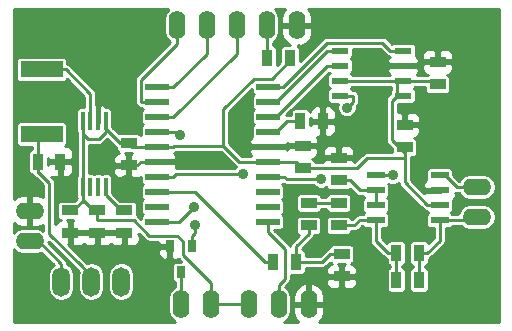
<source format=gbr>
%FSLAX46Y46*%
G04 Gerber Fmt 4.6, Leading zero omitted, Abs format (unit mm)*
G04 Created by KiCad (PCBNEW (2014-10-30 BZR 5240)-product) date jeu. 06 nov. 2014 00:10:11 CET*
%MOMM*%
G01*
G04 APERTURE LIST*
%ADD10C,0.100000*%
%ADD11R,0.889000X1.397000*%
%ADD12R,1.397000X0.889000*%
%ADD13R,2.000000X0.600000*%
%ADD14O,1.400000X2.400000*%
%ADD15R,3.560000X1.400000*%
%ADD16O,2.400000X1.400000*%
%ADD17R,0.800100X1.000760*%
%ADD18R,0.300000X1.600000*%
%ADD19O,1.500000X2.500000*%
%ADD20R,1.550000X0.600000*%
%ADD21R,1.399540X0.599440*%
%ADD22C,0.889000*%
%ADD23C,0.254000*%
G04 APERTURE END LIST*
D10*
D11*
X128206500Y-88265000D03*
X130111500Y-88265000D03*
D12*
X135509000Y-92392500D03*
X135509000Y-94297500D03*
X133223000Y-92392500D03*
X133223000Y-94297500D03*
X130937000Y-92392500D03*
X130937000Y-94297500D03*
X135890000Y-86677500D03*
X135890000Y-88582500D03*
X150622000Y-88836500D03*
X150622000Y-86931500D03*
D11*
X152336500Y-84836000D03*
X150431500Y-84836000D03*
D12*
X162052000Y-81724500D03*
X162052000Y-79819500D03*
D13*
X138302000Y-81915000D03*
X138302000Y-93345000D03*
X147702000Y-81915000D03*
X147702000Y-93345000D03*
X147702000Y-88265000D03*
X147702000Y-89535000D03*
X147702000Y-90805000D03*
X147702000Y-92075000D03*
X138302000Y-92075000D03*
X138302000Y-90805000D03*
X138302000Y-89535000D03*
X138302000Y-88265000D03*
X138302000Y-83185000D03*
X138302000Y-84455000D03*
X138302000Y-85725000D03*
X138302000Y-86995000D03*
X147702000Y-86995000D03*
X147702000Y-85725000D03*
X147702000Y-84455000D03*
X147702000Y-83185000D03*
D14*
X146050000Y-100330000D03*
X148590000Y-100330000D03*
X151130000Y-100330000D03*
D15*
X128524000Y-85915000D03*
X128524000Y-80455000D03*
D14*
X139954000Y-76708000D03*
X142494000Y-76708000D03*
X145034000Y-76708000D03*
X147574000Y-76708000D03*
X150114000Y-76708000D03*
D16*
X127508000Y-94996000D03*
X127508000Y-92456000D03*
X165354000Y-92964000D03*
X165354000Y-90424000D03*
D14*
X142875000Y-100330000D03*
X140335000Y-100330000D03*
D17*
X140335000Y-97619820D03*
X139382500Y-95420180D03*
X141287500Y-95420180D03*
D11*
X149542500Y-79502000D03*
X147637500Y-79502000D03*
D18*
X131994000Y-90430000D03*
X132644000Y-90430000D03*
X133294000Y-90430000D03*
X133944000Y-90430000D03*
X133944000Y-84830000D03*
X133294000Y-84830000D03*
X132644000Y-84830000D03*
X131994000Y-84830000D03*
D19*
X135255000Y-98425000D03*
X132715000Y-98425000D03*
X130175000Y-98425000D03*
D12*
X153924000Y-96075500D03*
X153924000Y-97980500D03*
X151130000Y-91757500D03*
X151130000Y-93662500D03*
X153670000Y-89852500D03*
X153670000Y-87947500D03*
D11*
X160464500Y-98298000D03*
X158559500Y-98298000D03*
D12*
X159258000Y-85153500D03*
X159258000Y-87058500D03*
D11*
X150050500Y-96774000D03*
X148145500Y-96774000D03*
D12*
X153670000Y-93662500D03*
X153670000Y-91757500D03*
D11*
X160464500Y-96012000D03*
X158559500Y-96012000D03*
D20*
X156812000Y-89408000D03*
X156812000Y-90678000D03*
X156812000Y-91948000D03*
X156812000Y-93218000D03*
X162212000Y-93218000D03*
X162212000Y-91948000D03*
X162212000Y-90678000D03*
X162212000Y-89408000D03*
D21*
X159131000Y-78867000D03*
X153797000Y-78867000D03*
X159131000Y-80137000D03*
X159131000Y-81407000D03*
X159131000Y-82677000D03*
X153797000Y-80137000D03*
X153797000Y-81407000D03*
X153797000Y-82677000D03*
D22*
X135698000Y-89787000D03*
X155067000Y-85598000D03*
X164719000Y-85217000D03*
X163576000Y-77343000D03*
X137287000Y-96520000D03*
X141410300Y-92072900D03*
X154371300Y-83677300D03*
X152188300Y-89712500D03*
X140208000Y-85979000D03*
X141504100Y-93606300D03*
X158286100Y-89408000D03*
X145535800Y-89276900D03*
D23*
X130175000Y-96901000D02*
X130175000Y-98425000D01*
X128270000Y-94996000D02*
X130175000Y-96901000D01*
X127508000Y-94996000D02*
X128270000Y-94996000D01*
X138302000Y-88265000D02*
X136920700Y-88265000D01*
X136603200Y-88582500D02*
X136920700Y-88265000D01*
X135890000Y-88582500D02*
X136603200Y-88582500D01*
X135890000Y-89595000D02*
X135890000Y-88582500D01*
X135698000Y-89787000D02*
X135890000Y-89595000D01*
X161782100Y-79819500D02*
X162052000Y-79819500D01*
X154305000Y-84836000D02*
X155067000Y-85598000D01*
X152336500Y-84836000D02*
X154305000Y-84836000D01*
X164211000Y-77343000D02*
X164719000Y-77851000D01*
X164719000Y-77851000D02*
X164719000Y-85217000D01*
X150114000Y-76708000D02*
X162941000Y-76708000D01*
X162941000Y-76708000D02*
X163576000Y-77343000D01*
X163576000Y-77343000D02*
X164211000Y-77343000D01*
X135509000Y-95885000D02*
X136144000Y-96520000D01*
X136144000Y-96520000D02*
X137287000Y-96520000D01*
X135509000Y-94297500D02*
X135509000Y-95885000D01*
X133944000Y-91081500D02*
X133944000Y-90430000D01*
X135255000Y-92392500D02*
X133944000Y-91081500D01*
X135509000Y-92392500D02*
X135255000Y-92392500D01*
X149542500Y-79502000D02*
X149542500Y-79692500D01*
X149542500Y-79692500D02*
X148001400Y-81233600D01*
X148001400Y-81233600D02*
X147604400Y-81233600D01*
X131994000Y-91589500D02*
X131994000Y-91484000D01*
X131191000Y-92392500D02*
X131994000Y-91589500D01*
X130937000Y-92392500D02*
X131191000Y-92392500D01*
X131994000Y-90430000D02*
X131994000Y-91484000D01*
X132902000Y-92392500D02*
X133223000Y-92392500D01*
X131994000Y-91484000D02*
X132902000Y-92392500D01*
X161734000Y-81407000D02*
X162052000Y-81724500D01*
X159131000Y-81407000D02*
X161734000Y-81407000D01*
X142875000Y-100330000D02*
X144462500Y-100330000D01*
X144462500Y-100330000D02*
X146050000Y-100330000D01*
X161183000Y-91948000D02*
X162212000Y-91948000D01*
X159258000Y-90023000D02*
X161183000Y-91948000D01*
X159258000Y-87947400D02*
X159258000Y-90023000D01*
X155197400Y-88836500D02*
X150622000Y-88836500D01*
X156086500Y-87947400D02*
X155197400Y-88836500D01*
X159258000Y-87947400D02*
X156086500Y-87947400D01*
X133944000Y-85480000D02*
X133944000Y-84830000D01*
X134230900Y-85766800D02*
X133944000Y-85480000D01*
X131994000Y-84830000D02*
X131994000Y-86820700D01*
X131994000Y-86820700D02*
X131994000Y-90430000D01*
X135142000Y-86677500D02*
X134230900Y-85766800D01*
X135890000Y-86677500D02*
X135142000Y-86677500D01*
X136208000Y-86995000D02*
X135890000Y-86677500D01*
X138302000Y-86995000D02*
X136208000Y-86995000D01*
X153797000Y-81407000D02*
X154878100Y-81407000D01*
X158049900Y-81407000D02*
X154878100Y-81407000D01*
X158590500Y-81407000D02*
X158590500Y-82677000D01*
X159131000Y-82677000D02*
X158590500Y-82677000D01*
X159131000Y-81407000D02*
X158590500Y-81407000D01*
X158590500Y-81407000D02*
X158049900Y-81407000D01*
X159258000Y-87058500D02*
X159258000Y-87502900D01*
X159258000Y-87502900D02*
X159258000Y-87947400D01*
X158168300Y-83099200D02*
X158590500Y-82677000D01*
X158168300Y-86413200D02*
X158168300Y-83099200D01*
X159258000Y-87502900D02*
X158168300Y-86413200D01*
X150050000Y-88265000D02*
X150622000Y-88836500D01*
X147702000Y-88265000D02*
X150050000Y-88265000D01*
X145268500Y-88265000D02*
X143908000Y-86904500D01*
X147702000Y-88265000D02*
X145268500Y-88265000D01*
X143908000Y-83826300D02*
X143908000Y-86904500D01*
X146500700Y-81233600D02*
X143908000Y-83826300D01*
X147604400Y-81233600D02*
X146500700Y-81233600D01*
X139773800Y-86904500D02*
X139683300Y-86995000D01*
X143908000Y-86904500D02*
X139773800Y-86904500D01*
X138302000Y-86995000D02*
X139683300Y-86995000D01*
X142875000Y-98552000D02*
X140506000Y-96183000D01*
X140506000Y-96183000D02*
X140506000Y-96078400D01*
X136311400Y-93218300D02*
X133223000Y-93218300D01*
X137631500Y-94538400D02*
X136311400Y-93218300D01*
X140024800Y-94538400D02*
X137631500Y-94538400D01*
X140506000Y-95019600D02*
X140024800Y-94538400D01*
X140506000Y-96078400D02*
X140506000Y-95019600D01*
X133223000Y-93218300D02*
X133223000Y-92392500D01*
X142875000Y-100330000D02*
X142875000Y-98552000D01*
X133944000Y-85766000D02*
X133350000Y-86360000D01*
X133350000Y-86360000D02*
X132461000Y-86360000D01*
X132461000Y-86360000D02*
X131994000Y-85893000D01*
X131994000Y-85893000D02*
X131994000Y-84830000D01*
X133944000Y-84830000D02*
X133944000Y-85766000D01*
X155448000Y-90678000D02*
X156812000Y-90678000D01*
X154622000Y-89852500D02*
X155448000Y-90678000D01*
X153670000Y-89852500D02*
X154622000Y-89852500D01*
X156812000Y-91948000D02*
X156812000Y-90678000D01*
X150432000Y-84836000D02*
X150431500Y-84836000D01*
X148402000Y-85725000D02*
X147702000Y-85725000D01*
X149291000Y-84836000D02*
X148402000Y-85725000D01*
X150431500Y-84836000D02*
X149291000Y-84836000D01*
X142494000Y-79104300D02*
X139683300Y-81915000D01*
X142494000Y-78289300D02*
X142494000Y-79104300D01*
X142494000Y-76708000D02*
X142494000Y-78289300D01*
X138302000Y-81915000D02*
X139683300Y-81915000D01*
X147637500Y-79502000D02*
X147637700Y-79501800D01*
X147574000Y-79438500D02*
X147637700Y-79501800D01*
X147574000Y-76708000D02*
X147574000Y-79438500D01*
X147637700Y-79501800D02*
X147638000Y-79502000D01*
X140138200Y-93345000D02*
X138302000Y-93345000D01*
X141410300Y-92072900D02*
X140138200Y-93345000D01*
X148948900Y-81915000D02*
X147702000Y-81915000D01*
X152678000Y-78185900D02*
X148948900Y-81915000D01*
X157368800Y-78185900D02*
X152678000Y-78185900D01*
X158049900Y-78867000D02*
X157368800Y-78185900D01*
X159131000Y-78867000D02*
X158049900Y-78867000D01*
X148590000Y-98679000D02*
X149098000Y-98171000D01*
X149098000Y-98171000D02*
X149098000Y-95631000D01*
X149098000Y-95631000D02*
X147702000Y-94235000D01*
X147702000Y-94235000D02*
X147702000Y-93345000D01*
X148590000Y-100330000D02*
X148590000Y-98679000D01*
X149260800Y-89712500D02*
X149083300Y-89535000D01*
X152188300Y-89712500D02*
X149260800Y-89712500D01*
X147702000Y-89535000D02*
X149083300Y-89535000D01*
X153797000Y-82677000D02*
X154878100Y-82677000D01*
X154878100Y-83170500D02*
X154371300Y-83677300D01*
X154878100Y-82677000D02*
X154878100Y-83170500D01*
X148146000Y-96774000D02*
X148145500Y-96774000D01*
X141478000Y-90805000D02*
X138302000Y-90805000D01*
X147447000Y-96774000D02*
X141478000Y-90805000D01*
X148145500Y-96774000D02*
X147447000Y-96774000D01*
X136920700Y-81322600D02*
X136920700Y-83185000D01*
X139954000Y-78289300D02*
X136920700Y-81322600D01*
X139954000Y-76708000D02*
X139954000Y-78289300D01*
X138302000Y-83185000D02*
X136920700Y-83185000D01*
X145034000Y-79104300D02*
X139683300Y-84455000D01*
X145034000Y-76708000D02*
X145034000Y-79104300D01*
X138302000Y-84455000D02*
X139683300Y-84455000D01*
X139954000Y-85725000D02*
X138302000Y-85725000D01*
X139954000Y-85725000D02*
X140208000Y-85979000D01*
X141287500Y-95420200D02*
X141287500Y-94538500D01*
X141287500Y-94538500D02*
X141504100Y-94321900D01*
X141504100Y-94321900D02*
X141504100Y-93606300D01*
X148397900Y-84455000D02*
X147702000Y-84455000D01*
X152715900Y-80137000D02*
X148397900Y-84455000D01*
X153797000Y-80137000D02*
X152715900Y-80137000D01*
X148397900Y-83185000D02*
X147702000Y-83185000D01*
X152715900Y-78867000D02*
X148397900Y-83185000D01*
X153797000Y-78867000D02*
X152715900Y-78867000D01*
X132644000Y-82541000D02*
X132644000Y-84830000D01*
X130558000Y-80455000D02*
X132644000Y-82541000D01*
X128524000Y-80455000D02*
X130558000Y-80455000D01*
X140335000Y-97619800D02*
X140335000Y-100330000D01*
X128206000Y-86232500D02*
X128524000Y-85915000D01*
X128206000Y-87725000D02*
X128206000Y-86232500D01*
X128206500Y-87725500D02*
X128206500Y-88265000D01*
X128206000Y-87725000D02*
X128206500Y-87725500D01*
X128333500Y-89217500D02*
X129159000Y-90043000D01*
X129159000Y-94361000D02*
X129159000Y-94369000D01*
X129159000Y-90043000D02*
X129159000Y-94361000D01*
X128206000Y-87725000D02*
X128206000Y-89217500D01*
X128206000Y-89217500D02*
X128333500Y-89217500D01*
X129159000Y-94361000D02*
X131826000Y-97028000D01*
X132715000Y-97917000D02*
X131826000Y-97028000D01*
X132715000Y-98425000D02*
X132715000Y-97917000D01*
X152273000Y-96774000D02*
X150050500Y-96774000D01*
X152972000Y-96075500D02*
X152273000Y-96774000D01*
X153924000Y-96075500D02*
X152972000Y-96075500D01*
X151130000Y-94361000D02*
X151130000Y-93662500D01*
X150050000Y-95440500D02*
X151130000Y-94361000D01*
X150050000Y-96774000D02*
X150050000Y-95440500D01*
X150050500Y-96774000D02*
X150050000Y-96774000D01*
X151130000Y-91757500D02*
X153670000Y-91757500D01*
X165100000Y-93218000D02*
X165354000Y-92964000D01*
X162212000Y-93218000D02*
X165100000Y-93218000D01*
X161163000Y-96012000D02*
X160464500Y-96012000D01*
X162212000Y-94963000D02*
X161163000Y-96012000D01*
X162212000Y-93218000D02*
X162212000Y-94963000D01*
X160464000Y-96012000D02*
X160464000Y-97155000D01*
X160464500Y-96012000D02*
X160464000Y-96012000D01*
X160464000Y-97155000D02*
X160464000Y-98298000D01*
X160464500Y-97155500D02*
X160464500Y-98298000D01*
X160464000Y-97155000D02*
X160464500Y-97155500D01*
X155004000Y-93662500D02*
X153670000Y-93662500D01*
X155448000Y-93218000D02*
X155004000Y-93662500D01*
X156812000Y-93218000D02*
X155448000Y-93218000D01*
X156812000Y-94963000D02*
X156812000Y-93218000D01*
X157861000Y-96012000D02*
X156812000Y-94963000D01*
X158559500Y-96012000D02*
X157861000Y-96012000D01*
X158560000Y-96012000D02*
X158560000Y-97155000D01*
X158559500Y-96012000D02*
X158560000Y-96012000D01*
X158560000Y-97155000D02*
X158560000Y-98298000D01*
X158559500Y-97155500D02*
X158559500Y-98298000D01*
X158560000Y-97155000D02*
X158559500Y-97155500D01*
X139941400Y-89276900D02*
X139683300Y-89535000D01*
X145535800Y-89276900D02*
X139941400Y-89276900D01*
X138302000Y-89535000D02*
X139683300Y-89535000D01*
X156812000Y-89408000D02*
X157968300Y-89408000D01*
X157968300Y-89408000D02*
X158286100Y-89408000D01*
X162687000Y-89408000D02*
X162212000Y-89408000D01*
X163703000Y-90424000D02*
X162687000Y-89408000D01*
X165354000Y-90424000D02*
X163703000Y-90424000D01*
G36*
X137115160Y-92709999D02*
X137086180Y-92722004D01*
X136979004Y-92829181D01*
X136921000Y-92969215D01*
X136921000Y-93109480D01*
X136670610Y-92859090D01*
X136588500Y-92804225D01*
X136588500Y-92761214D01*
X136588500Y-91872214D01*
X136530496Y-91732180D01*
X136423319Y-91625004D01*
X136283285Y-91567000D01*
X136131714Y-91567000D01*
X135763000Y-91567000D01*
X135763000Y-89503250D01*
X135763000Y-88709500D01*
X134715250Y-88709500D01*
X134556500Y-88868250D01*
X134556500Y-89153309D01*
X134653173Y-89386698D01*
X134831801Y-89565327D01*
X135065190Y-89662000D01*
X135317809Y-89662000D01*
X135604250Y-89662000D01*
X135763000Y-89503250D01*
X135763000Y-91567000D01*
X135147920Y-91567000D01*
X134475000Y-90894080D01*
X134475000Y-89554214D01*
X134416996Y-89414180D01*
X134309819Y-89307004D01*
X134169785Y-89249000D01*
X134018214Y-89249000D01*
X133718214Y-89249000D01*
X133618999Y-89290096D01*
X133519785Y-89249000D01*
X133368214Y-89249000D01*
X133068214Y-89249000D01*
X132968999Y-89290096D01*
X132869785Y-89249000D01*
X132718214Y-89249000D01*
X132502000Y-89249000D01*
X132502000Y-86868000D01*
X133350000Y-86868000D01*
X133544403Y-86829331D01*
X133709210Y-86719210D01*
X134087097Y-86341322D01*
X134782790Y-87036710D01*
X134782869Y-87036789D01*
X134810500Y-87055242D01*
X134810500Y-87197786D01*
X134868504Y-87337820D01*
X134975681Y-87444996D01*
X135115715Y-87503000D01*
X135065190Y-87503000D01*
X134831801Y-87599673D01*
X134653173Y-87778302D01*
X134556500Y-88011691D01*
X134556500Y-88296750D01*
X134715250Y-88455500D01*
X135763000Y-88455500D01*
X135763000Y-87661750D01*
X135604250Y-87503000D01*
X136175750Y-87503000D01*
X136017000Y-87661750D01*
X136017000Y-88455500D01*
X136037000Y-88455500D01*
X136037000Y-88709500D01*
X136017000Y-88709500D01*
X136017000Y-89503250D01*
X136175750Y-89662000D01*
X136462191Y-89662000D01*
X136714810Y-89662000D01*
X136921000Y-89576593D01*
X136921000Y-89910786D01*
X136979004Y-90050820D01*
X137086181Y-90157996D01*
X137115160Y-90169999D01*
X137086180Y-90182004D01*
X136979004Y-90289181D01*
X136921000Y-90429215D01*
X136921000Y-90580786D01*
X136921000Y-91180786D01*
X136979004Y-91320820D01*
X137086181Y-91427996D01*
X137115160Y-91439999D01*
X137086180Y-91452004D01*
X136979004Y-91559181D01*
X136921000Y-91699215D01*
X136921000Y-91850786D01*
X136921000Y-92450786D01*
X136979004Y-92590820D01*
X137086181Y-92697996D01*
X137115160Y-92709999D01*
X137115160Y-92709999D01*
G37*
X137115160Y-92709999D02*
X137086180Y-92722004D01*
X136979004Y-92829181D01*
X136921000Y-92969215D01*
X136921000Y-93109480D01*
X136670610Y-92859090D01*
X136588500Y-92804225D01*
X136588500Y-92761214D01*
X136588500Y-91872214D01*
X136530496Y-91732180D01*
X136423319Y-91625004D01*
X136283285Y-91567000D01*
X136131714Y-91567000D01*
X135763000Y-91567000D01*
X135763000Y-89503250D01*
X135763000Y-88709500D01*
X134715250Y-88709500D01*
X134556500Y-88868250D01*
X134556500Y-89153309D01*
X134653173Y-89386698D01*
X134831801Y-89565327D01*
X135065190Y-89662000D01*
X135317809Y-89662000D01*
X135604250Y-89662000D01*
X135763000Y-89503250D01*
X135763000Y-91567000D01*
X135147920Y-91567000D01*
X134475000Y-90894080D01*
X134475000Y-89554214D01*
X134416996Y-89414180D01*
X134309819Y-89307004D01*
X134169785Y-89249000D01*
X134018214Y-89249000D01*
X133718214Y-89249000D01*
X133618999Y-89290096D01*
X133519785Y-89249000D01*
X133368214Y-89249000D01*
X133068214Y-89249000D01*
X132968999Y-89290096D01*
X132869785Y-89249000D01*
X132718214Y-89249000D01*
X132502000Y-89249000D01*
X132502000Y-86868000D01*
X133350000Y-86868000D01*
X133544403Y-86829331D01*
X133709210Y-86719210D01*
X134087097Y-86341322D01*
X134782790Y-87036710D01*
X134782869Y-87036789D01*
X134810500Y-87055242D01*
X134810500Y-87197786D01*
X134868504Y-87337820D01*
X134975681Y-87444996D01*
X135115715Y-87503000D01*
X135065190Y-87503000D01*
X134831801Y-87599673D01*
X134653173Y-87778302D01*
X134556500Y-88011691D01*
X134556500Y-88296750D01*
X134715250Y-88455500D01*
X135763000Y-88455500D01*
X135763000Y-87661750D01*
X135604250Y-87503000D01*
X136175750Y-87503000D01*
X136017000Y-87661750D01*
X136017000Y-88455500D01*
X136037000Y-88455500D01*
X136037000Y-88709500D01*
X136017000Y-88709500D01*
X136017000Y-89503250D01*
X136175750Y-89662000D01*
X136462191Y-89662000D01*
X136714810Y-89662000D01*
X136921000Y-89576593D01*
X136921000Y-89910786D01*
X136979004Y-90050820D01*
X137086181Y-90157996D01*
X137115160Y-90169999D01*
X137086180Y-90182004D01*
X136979004Y-90289181D01*
X136921000Y-90429215D01*
X136921000Y-90580786D01*
X136921000Y-91180786D01*
X136979004Y-91320820D01*
X137086181Y-91427996D01*
X137115160Y-91439999D01*
X137086180Y-91452004D01*
X136979004Y-91559181D01*
X136921000Y-91699215D01*
X136921000Y-91850786D01*
X136921000Y-92450786D01*
X136979004Y-92590820D01*
X137086181Y-92697996D01*
X137115160Y-92709999D01*
G36*
X139388580Y-78136299D02*
X136561490Y-80963390D01*
X136451369Y-81128197D01*
X136412700Y-81322600D01*
X136412700Y-83185000D01*
X136451369Y-83379403D01*
X136561490Y-83544210D01*
X136726297Y-83654331D01*
X136920700Y-83693000D01*
X136975764Y-83693000D01*
X136979004Y-83700820D01*
X137086181Y-83807996D01*
X137115160Y-83819999D01*
X137086180Y-83832004D01*
X136979004Y-83939181D01*
X136921000Y-84079215D01*
X136921000Y-84230786D01*
X136921000Y-84830786D01*
X136979004Y-84970820D01*
X137086181Y-85077996D01*
X137115160Y-85089999D01*
X137086180Y-85102004D01*
X136979004Y-85209181D01*
X136921000Y-85349215D01*
X136921000Y-85500786D01*
X136921000Y-86040124D01*
X136911496Y-86017180D01*
X136804319Y-85910004D01*
X136664285Y-85852000D01*
X136512714Y-85852000D01*
X135115714Y-85852000D01*
X135058446Y-85875720D01*
X134590049Y-85407529D01*
X134590048Y-85407527D01*
X134590031Y-85407511D01*
X134475000Y-85292519D01*
X134475000Y-83954214D01*
X134416996Y-83814180D01*
X134309819Y-83707004D01*
X134169785Y-83649000D01*
X134018214Y-83649000D01*
X133961025Y-83649000D01*
X133803698Y-83491673D01*
X133570309Y-83395000D01*
X133527750Y-83395000D01*
X133369000Y-83553750D01*
X133369000Y-84703000D01*
X133413000Y-84703000D01*
X133413000Y-84957000D01*
X133369000Y-84957000D01*
X133369000Y-84977000D01*
X133219000Y-84977000D01*
X133219000Y-84957000D01*
X133175000Y-84957000D01*
X133175000Y-84703000D01*
X133219000Y-84703000D01*
X133219000Y-83553750D01*
X133152000Y-83486750D01*
X133152000Y-82541000D01*
X133113331Y-82346597D01*
X133113330Y-82346596D01*
X133076790Y-82291910D01*
X133003210Y-82181790D01*
X133003210Y-82181789D01*
X130917210Y-80095790D01*
X130752403Y-79985669D01*
X130685000Y-79972261D01*
X130685000Y-79679214D01*
X130626996Y-79539180D01*
X130519819Y-79432004D01*
X130379785Y-79374000D01*
X130228214Y-79374000D01*
X126668214Y-79374000D01*
X126528180Y-79432004D01*
X126421004Y-79539181D01*
X126363000Y-79679215D01*
X126363000Y-79830786D01*
X126363000Y-81230786D01*
X126421004Y-81370820D01*
X126528181Y-81477996D01*
X126668215Y-81536000D01*
X126819786Y-81536000D01*
X130379786Y-81536000D01*
X130519820Y-81477996D01*
X130626996Y-81370819D01*
X130664604Y-81280024D01*
X132136000Y-82751420D01*
X132136000Y-83649000D01*
X132068214Y-83649000D01*
X131768214Y-83649000D01*
X131628180Y-83707004D01*
X131521004Y-83814181D01*
X131463000Y-83954215D01*
X131463000Y-84105786D01*
X131463000Y-85705786D01*
X131486000Y-85761312D01*
X131486000Y-85893000D01*
X131486000Y-86820700D01*
X131486000Y-89498688D01*
X131463000Y-89554215D01*
X131463000Y-89705786D01*
X131463000Y-91305786D01*
X131486000Y-91361312D01*
X131486000Y-91379079D01*
X131298079Y-91567000D01*
X131191000Y-91567000D01*
X131191000Y-89089810D01*
X131191000Y-88837191D01*
X131191000Y-88550750D01*
X131032250Y-88392000D01*
X130238500Y-88392000D01*
X130238500Y-89439750D01*
X130397250Y-89598500D01*
X130682309Y-89598500D01*
X130915698Y-89501827D01*
X131094327Y-89323199D01*
X131191000Y-89089810D01*
X131191000Y-91567000D01*
X130162714Y-91567000D01*
X130022680Y-91625004D01*
X129915504Y-91732181D01*
X129857500Y-91872215D01*
X129857500Y-92023786D01*
X129857500Y-92912786D01*
X129915504Y-93052820D01*
X130022681Y-93159996D01*
X130162715Y-93218000D01*
X130112190Y-93218000D01*
X129878801Y-93314673D01*
X129700173Y-93493302D01*
X129667000Y-93573388D01*
X129667000Y-90043000D01*
X129634746Y-89880849D01*
X129628331Y-89848597D01*
X129628331Y-89848596D01*
X129518210Y-89683790D01*
X129356714Y-89522294D01*
X129540691Y-89598500D01*
X129825750Y-89598500D01*
X129984500Y-89439750D01*
X129984500Y-88392000D01*
X129190750Y-88392000D01*
X129032000Y-88550750D01*
X129032000Y-87979250D01*
X129190750Y-88138000D01*
X129984500Y-88138000D01*
X129984500Y-88118000D01*
X130238500Y-88118000D01*
X130238500Y-88138000D01*
X131032250Y-88138000D01*
X131191000Y-87979250D01*
X131191000Y-87692809D01*
X131191000Y-87440190D01*
X131094327Y-87206801D01*
X130915698Y-87028173D01*
X130682309Y-86931500D01*
X130526315Y-86931500D01*
X130626996Y-86830819D01*
X130685000Y-86690785D01*
X130685000Y-86539214D01*
X130685000Y-85139214D01*
X130626996Y-84999180D01*
X130519819Y-84892004D01*
X130379785Y-84834000D01*
X130228214Y-84834000D01*
X126668214Y-84834000D01*
X126528180Y-84892004D01*
X126421004Y-84999181D01*
X126363000Y-85139215D01*
X126363000Y-85290786D01*
X126363000Y-86690786D01*
X126421004Y-86830820D01*
X126528181Y-86937996D01*
X126668215Y-86996000D01*
X126819786Y-86996000D01*
X127698000Y-86996000D01*
X127698000Y-87185500D01*
X127686214Y-87185500D01*
X127546180Y-87243504D01*
X127439004Y-87350681D01*
X127381000Y-87490715D01*
X127381000Y-87642286D01*
X127381000Y-89039286D01*
X127439004Y-89179320D01*
X127546181Y-89286496D01*
X127686215Y-89344500D01*
X127723261Y-89344500D01*
X127736669Y-89411903D01*
X127846790Y-89576710D01*
X128011597Y-89686831D01*
X128102490Y-89704910D01*
X128651000Y-90253420D01*
X128651000Y-91283273D01*
X128636215Y-91271222D01*
X128135000Y-91121000D01*
X127635000Y-91121000D01*
X127635000Y-92329000D01*
X127655000Y-92329000D01*
X127655000Y-92583000D01*
X127635000Y-92583000D01*
X127635000Y-93791000D01*
X128135000Y-93791000D01*
X128636215Y-93640778D01*
X128651000Y-93628726D01*
X128651000Y-94129816D01*
X128452655Y-93997286D01*
X128038974Y-93915000D01*
X126977026Y-93915000D01*
X126563345Y-93997286D01*
X126212644Y-94231618D01*
X126161000Y-94308908D01*
X126161000Y-93462441D01*
X126379785Y-93640778D01*
X126881000Y-93791000D01*
X127381000Y-93791000D01*
X127381000Y-92583000D01*
X127361000Y-92583000D01*
X127361000Y-92329000D01*
X127381000Y-92329000D01*
X127381000Y-91121000D01*
X126881000Y-91121000D01*
X126379785Y-91271222D01*
X126161000Y-91449558D01*
X126161000Y-75361000D01*
X139266908Y-75361000D01*
X139189618Y-75412644D01*
X138955286Y-75763345D01*
X138873000Y-76177026D01*
X138873000Y-77238974D01*
X138955286Y-77652655D01*
X139189618Y-78003356D01*
X139388580Y-78136299D01*
X139388580Y-78136299D01*
G37*
X139388580Y-78136299D02*
X136561490Y-80963390D01*
X136451369Y-81128197D01*
X136412700Y-81322600D01*
X136412700Y-83185000D01*
X136451369Y-83379403D01*
X136561490Y-83544210D01*
X136726297Y-83654331D01*
X136920700Y-83693000D01*
X136975764Y-83693000D01*
X136979004Y-83700820D01*
X137086181Y-83807996D01*
X137115160Y-83819999D01*
X137086180Y-83832004D01*
X136979004Y-83939181D01*
X136921000Y-84079215D01*
X136921000Y-84230786D01*
X136921000Y-84830786D01*
X136979004Y-84970820D01*
X137086181Y-85077996D01*
X137115160Y-85089999D01*
X137086180Y-85102004D01*
X136979004Y-85209181D01*
X136921000Y-85349215D01*
X136921000Y-85500786D01*
X136921000Y-86040124D01*
X136911496Y-86017180D01*
X136804319Y-85910004D01*
X136664285Y-85852000D01*
X136512714Y-85852000D01*
X135115714Y-85852000D01*
X135058446Y-85875720D01*
X134590049Y-85407529D01*
X134590048Y-85407527D01*
X134590031Y-85407511D01*
X134475000Y-85292519D01*
X134475000Y-83954214D01*
X134416996Y-83814180D01*
X134309819Y-83707004D01*
X134169785Y-83649000D01*
X134018214Y-83649000D01*
X133961025Y-83649000D01*
X133803698Y-83491673D01*
X133570309Y-83395000D01*
X133527750Y-83395000D01*
X133369000Y-83553750D01*
X133369000Y-84703000D01*
X133413000Y-84703000D01*
X133413000Y-84957000D01*
X133369000Y-84957000D01*
X133369000Y-84977000D01*
X133219000Y-84977000D01*
X133219000Y-84957000D01*
X133175000Y-84957000D01*
X133175000Y-84703000D01*
X133219000Y-84703000D01*
X133219000Y-83553750D01*
X133152000Y-83486750D01*
X133152000Y-82541000D01*
X133113331Y-82346597D01*
X133113330Y-82346596D01*
X133076790Y-82291910D01*
X133003210Y-82181790D01*
X133003210Y-82181789D01*
X130917210Y-80095790D01*
X130752403Y-79985669D01*
X130685000Y-79972261D01*
X130685000Y-79679214D01*
X130626996Y-79539180D01*
X130519819Y-79432004D01*
X130379785Y-79374000D01*
X130228214Y-79374000D01*
X126668214Y-79374000D01*
X126528180Y-79432004D01*
X126421004Y-79539181D01*
X126363000Y-79679215D01*
X126363000Y-79830786D01*
X126363000Y-81230786D01*
X126421004Y-81370820D01*
X126528181Y-81477996D01*
X126668215Y-81536000D01*
X126819786Y-81536000D01*
X130379786Y-81536000D01*
X130519820Y-81477996D01*
X130626996Y-81370819D01*
X130664604Y-81280024D01*
X132136000Y-82751420D01*
X132136000Y-83649000D01*
X132068214Y-83649000D01*
X131768214Y-83649000D01*
X131628180Y-83707004D01*
X131521004Y-83814181D01*
X131463000Y-83954215D01*
X131463000Y-84105786D01*
X131463000Y-85705786D01*
X131486000Y-85761312D01*
X131486000Y-85893000D01*
X131486000Y-86820700D01*
X131486000Y-89498688D01*
X131463000Y-89554215D01*
X131463000Y-89705786D01*
X131463000Y-91305786D01*
X131486000Y-91361312D01*
X131486000Y-91379079D01*
X131298079Y-91567000D01*
X131191000Y-91567000D01*
X131191000Y-89089810D01*
X131191000Y-88837191D01*
X131191000Y-88550750D01*
X131032250Y-88392000D01*
X130238500Y-88392000D01*
X130238500Y-89439750D01*
X130397250Y-89598500D01*
X130682309Y-89598500D01*
X130915698Y-89501827D01*
X131094327Y-89323199D01*
X131191000Y-89089810D01*
X131191000Y-91567000D01*
X130162714Y-91567000D01*
X130022680Y-91625004D01*
X129915504Y-91732181D01*
X129857500Y-91872215D01*
X129857500Y-92023786D01*
X129857500Y-92912786D01*
X129915504Y-93052820D01*
X130022681Y-93159996D01*
X130162715Y-93218000D01*
X130112190Y-93218000D01*
X129878801Y-93314673D01*
X129700173Y-93493302D01*
X129667000Y-93573388D01*
X129667000Y-90043000D01*
X129634746Y-89880849D01*
X129628331Y-89848597D01*
X129628331Y-89848596D01*
X129518210Y-89683790D01*
X129356714Y-89522294D01*
X129540691Y-89598500D01*
X129825750Y-89598500D01*
X129984500Y-89439750D01*
X129984500Y-88392000D01*
X129190750Y-88392000D01*
X129032000Y-88550750D01*
X129032000Y-87979250D01*
X129190750Y-88138000D01*
X129984500Y-88138000D01*
X129984500Y-88118000D01*
X130238500Y-88118000D01*
X130238500Y-88138000D01*
X131032250Y-88138000D01*
X131191000Y-87979250D01*
X131191000Y-87692809D01*
X131191000Y-87440190D01*
X131094327Y-87206801D01*
X130915698Y-87028173D01*
X130682309Y-86931500D01*
X130526315Y-86931500D01*
X130626996Y-86830819D01*
X130685000Y-86690785D01*
X130685000Y-86539214D01*
X130685000Y-85139214D01*
X130626996Y-84999180D01*
X130519819Y-84892004D01*
X130379785Y-84834000D01*
X130228214Y-84834000D01*
X126668214Y-84834000D01*
X126528180Y-84892004D01*
X126421004Y-84999181D01*
X126363000Y-85139215D01*
X126363000Y-85290786D01*
X126363000Y-86690786D01*
X126421004Y-86830820D01*
X126528181Y-86937996D01*
X126668215Y-86996000D01*
X126819786Y-86996000D01*
X127698000Y-86996000D01*
X127698000Y-87185500D01*
X127686214Y-87185500D01*
X127546180Y-87243504D01*
X127439004Y-87350681D01*
X127381000Y-87490715D01*
X127381000Y-87642286D01*
X127381000Y-89039286D01*
X127439004Y-89179320D01*
X127546181Y-89286496D01*
X127686215Y-89344500D01*
X127723261Y-89344500D01*
X127736669Y-89411903D01*
X127846790Y-89576710D01*
X128011597Y-89686831D01*
X128102490Y-89704910D01*
X128651000Y-90253420D01*
X128651000Y-91283273D01*
X128636215Y-91271222D01*
X128135000Y-91121000D01*
X127635000Y-91121000D01*
X127635000Y-92329000D01*
X127655000Y-92329000D01*
X127655000Y-92583000D01*
X127635000Y-92583000D01*
X127635000Y-93791000D01*
X128135000Y-93791000D01*
X128636215Y-93640778D01*
X128651000Y-93628726D01*
X128651000Y-94129816D01*
X128452655Y-93997286D01*
X128038974Y-93915000D01*
X126977026Y-93915000D01*
X126563345Y-93997286D01*
X126212644Y-94231618D01*
X126161000Y-94308908D01*
X126161000Y-93462441D01*
X126379785Y-93640778D01*
X126881000Y-93791000D01*
X127381000Y-93791000D01*
X127381000Y-92583000D01*
X127361000Y-92583000D01*
X127361000Y-92329000D01*
X127381000Y-92329000D01*
X127381000Y-91121000D01*
X126881000Y-91121000D01*
X126379785Y-91271222D01*
X126161000Y-91449558D01*
X126161000Y-75361000D01*
X139266908Y-75361000D01*
X139189618Y-75412644D01*
X138955286Y-75763345D01*
X138873000Y-76177026D01*
X138873000Y-77238974D01*
X138955286Y-77652655D01*
X139189618Y-78003356D01*
X139388580Y-78136299D01*
G36*
X140343020Y-96738440D02*
X139859164Y-96738440D01*
X139719130Y-96796444D01*
X139611954Y-96903621D01*
X139553950Y-97043655D01*
X139553950Y-97195226D01*
X139553950Y-98195986D01*
X139611954Y-98336020D01*
X139719131Y-98443196D01*
X139827000Y-98487876D01*
X139827000Y-98863334D01*
X139570618Y-99034644D01*
X139336286Y-99385345D01*
X139255500Y-99791484D01*
X139255500Y-96396810D01*
X139255500Y-95547180D01*
X138506200Y-95547180D01*
X138347450Y-95705930D01*
X138347450Y-95794251D01*
X138347450Y-96046870D01*
X138444123Y-96280259D01*
X138622752Y-96458887D01*
X138856141Y-96555560D01*
X139096750Y-96555560D01*
X139255500Y-96396810D01*
X139255500Y-99791484D01*
X139254000Y-99799026D01*
X139254000Y-100860974D01*
X139336286Y-101274655D01*
X139570618Y-101625356D01*
X139837976Y-101804000D01*
X136842500Y-101804000D01*
X136386000Y-101804000D01*
X136386000Y-98956953D01*
X136386000Y-97893047D01*
X136299908Y-97460232D01*
X136054738Y-97093309D01*
X135687815Y-96848139D01*
X135382000Y-96787308D01*
X135382000Y-95218250D01*
X135382000Y-94424500D01*
X134397750Y-94424500D01*
X134334250Y-94424500D01*
X133350000Y-94424500D01*
X133350000Y-95218250D01*
X133508750Y-95377000D01*
X133795191Y-95377000D01*
X134047810Y-95377000D01*
X134281199Y-95280327D01*
X134366000Y-95195525D01*
X134450801Y-95280327D01*
X134684190Y-95377000D01*
X134936809Y-95377000D01*
X135223250Y-95377000D01*
X135382000Y-95218250D01*
X135382000Y-96787308D01*
X135255000Y-96762047D01*
X134822185Y-96848139D01*
X134455262Y-97093309D01*
X134210092Y-97460232D01*
X134124000Y-97893047D01*
X134124000Y-98956953D01*
X134210092Y-99389768D01*
X134455262Y-99756691D01*
X134822185Y-100001861D01*
X135255000Y-100087953D01*
X135687815Y-100001861D01*
X136054738Y-99756691D01*
X136299908Y-99389768D01*
X136386000Y-98956953D01*
X136386000Y-101804000D01*
X126161000Y-101804000D01*
X126161000Y-95683091D01*
X126212644Y-95760382D01*
X126563345Y-95994714D01*
X126977026Y-96077000D01*
X128038974Y-96077000D01*
X128452655Y-95994714D01*
X128511185Y-95955605D01*
X129539289Y-96983709D01*
X129375262Y-97093309D01*
X129130092Y-97460232D01*
X129044000Y-97893047D01*
X129044000Y-98956953D01*
X129130092Y-99389768D01*
X129375262Y-99756691D01*
X129742185Y-100001861D01*
X130175000Y-100087953D01*
X130607815Y-100001861D01*
X130974738Y-99756691D01*
X131219908Y-99389768D01*
X131306000Y-98956953D01*
X131306000Y-97893047D01*
X131219908Y-97460232D01*
X130974738Y-97093309D01*
X130682398Y-96897973D01*
X130644331Y-96706597D01*
X130534210Y-96541790D01*
X129098147Y-95105727D01*
X129112608Y-95033028D01*
X131466790Y-97387211D01*
X131466793Y-97387213D01*
X131648477Y-97568897D01*
X131584000Y-97893047D01*
X131584000Y-98956953D01*
X131670092Y-99389768D01*
X131915262Y-99756691D01*
X132282185Y-100001861D01*
X132715000Y-100087953D01*
X133147815Y-100001861D01*
X133514738Y-99756691D01*
X133759908Y-99389768D01*
X133846000Y-98956953D01*
X133846000Y-97893047D01*
X133759908Y-97460232D01*
X133514738Y-97093309D01*
X133147815Y-96848139D01*
X133096000Y-96837832D01*
X133096000Y-95218250D01*
X133096000Y-94424500D01*
X132111750Y-94424500D01*
X132048250Y-94424500D01*
X131064000Y-94424500D01*
X131064000Y-95218250D01*
X131222750Y-95377000D01*
X131509191Y-95377000D01*
X131761810Y-95377000D01*
X131995199Y-95280327D01*
X132080000Y-95195525D01*
X132164801Y-95280327D01*
X132398190Y-95377000D01*
X132650809Y-95377000D01*
X132937250Y-95377000D01*
X133096000Y-95218250D01*
X133096000Y-96837832D01*
X132715000Y-96762047D01*
X132350892Y-96834472D01*
X132185213Y-96668793D01*
X132185211Y-96668790D01*
X130772335Y-95255914D01*
X130810000Y-95218250D01*
X130810000Y-94424500D01*
X130790000Y-94424500D01*
X130790000Y-94170500D01*
X130810000Y-94170500D01*
X130810000Y-93376750D01*
X130651250Y-93218000D01*
X131222750Y-93218000D01*
X131064000Y-93376750D01*
X131064000Y-94170500D01*
X132048250Y-94170500D01*
X132111750Y-94170500D01*
X133096000Y-94170500D01*
X133096000Y-94150500D01*
X133350000Y-94150500D01*
X133350000Y-94170500D01*
X134334250Y-94170500D01*
X134397750Y-94170500D01*
X135382000Y-94170500D01*
X135382000Y-94150500D01*
X135636000Y-94150500D01*
X135636000Y-94170500D01*
X135656000Y-94170500D01*
X135656000Y-94424500D01*
X135636000Y-94424500D01*
X135636000Y-95218250D01*
X135794750Y-95377000D01*
X136081191Y-95377000D01*
X136333810Y-95377000D01*
X136567199Y-95280327D01*
X136745827Y-95101698D01*
X136842500Y-94868309D01*
X136842500Y-94583250D01*
X136683752Y-94424502D01*
X136799182Y-94424502D01*
X137272290Y-94897610D01*
X137437096Y-95007731D01*
X137437097Y-95007731D01*
X137469349Y-95014146D01*
X137631500Y-95046400D01*
X138347450Y-95046400D01*
X138347450Y-95134430D01*
X138506200Y-95293180D01*
X139255500Y-95293180D01*
X139255500Y-95273180D01*
X139509500Y-95273180D01*
X139509500Y-95293180D01*
X139529500Y-95293180D01*
X139529500Y-95547180D01*
X139509500Y-95547180D01*
X139509500Y-96396810D01*
X139668250Y-96555560D01*
X139908859Y-96555560D01*
X140102199Y-96475475D01*
X140146790Y-96542210D01*
X140343020Y-96738440D01*
X140343020Y-96738440D01*
G37*
X140343020Y-96738440D02*
X139859164Y-96738440D01*
X139719130Y-96796444D01*
X139611954Y-96903621D01*
X139553950Y-97043655D01*
X139553950Y-97195226D01*
X139553950Y-98195986D01*
X139611954Y-98336020D01*
X139719131Y-98443196D01*
X139827000Y-98487876D01*
X139827000Y-98863334D01*
X139570618Y-99034644D01*
X139336286Y-99385345D01*
X139255500Y-99791484D01*
X139255500Y-96396810D01*
X139255500Y-95547180D01*
X138506200Y-95547180D01*
X138347450Y-95705930D01*
X138347450Y-95794251D01*
X138347450Y-96046870D01*
X138444123Y-96280259D01*
X138622752Y-96458887D01*
X138856141Y-96555560D01*
X139096750Y-96555560D01*
X139255500Y-96396810D01*
X139255500Y-99791484D01*
X139254000Y-99799026D01*
X139254000Y-100860974D01*
X139336286Y-101274655D01*
X139570618Y-101625356D01*
X139837976Y-101804000D01*
X136842500Y-101804000D01*
X136386000Y-101804000D01*
X136386000Y-98956953D01*
X136386000Y-97893047D01*
X136299908Y-97460232D01*
X136054738Y-97093309D01*
X135687815Y-96848139D01*
X135382000Y-96787308D01*
X135382000Y-95218250D01*
X135382000Y-94424500D01*
X134397750Y-94424500D01*
X134334250Y-94424500D01*
X133350000Y-94424500D01*
X133350000Y-95218250D01*
X133508750Y-95377000D01*
X133795191Y-95377000D01*
X134047810Y-95377000D01*
X134281199Y-95280327D01*
X134366000Y-95195525D01*
X134450801Y-95280327D01*
X134684190Y-95377000D01*
X134936809Y-95377000D01*
X135223250Y-95377000D01*
X135382000Y-95218250D01*
X135382000Y-96787308D01*
X135255000Y-96762047D01*
X134822185Y-96848139D01*
X134455262Y-97093309D01*
X134210092Y-97460232D01*
X134124000Y-97893047D01*
X134124000Y-98956953D01*
X134210092Y-99389768D01*
X134455262Y-99756691D01*
X134822185Y-100001861D01*
X135255000Y-100087953D01*
X135687815Y-100001861D01*
X136054738Y-99756691D01*
X136299908Y-99389768D01*
X136386000Y-98956953D01*
X136386000Y-101804000D01*
X126161000Y-101804000D01*
X126161000Y-95683091D01*
X126212644Y-95760382D01*
X126563345Y-95994714D01*
X126977026Y-96077000D01*
X128038974Y-96077000D01*
X128452655Y-95994714D01*
X128511185Y-95955605D01*
X129539289Y-96983709D01*
X129375262Y-97093309D01*
X129130092Y-97460232D01*
X129044000Y-97893047D01*
X129044000Y-98956953D01*
X129130092Y-99389768D01*
X129375262Y-99756691D01*
X129742185Y-100001861D01*
X130175000Y-100087953D01*
X130607815Y-100001861D01*
X130974738Y-99756691D01*
X131219908Y-99389768D01*
X131306000Y-98956953D01*
X131306000Y-97893047D01*
X131219908Y-97460232D01*
X130974738Y-97093309D01*
X130682398Y-96897973D01*
X130644331Y-96706597D01*
X130534210Y-96541790D01*
X129098147Y-95105727D01*
X129112608Y-95033028D01*
X131466790Y-97387211D01*
X131466793Y-97387213D01*
X131648477Y-97568897D01*
X131584000Y-97893047D01*
X131584000Y-98956953D01*
X131670092Y-99389768D01*
X131915262Y-99756691D01*
X132282185Y-100001861D01*
X132715000Y-100087953D01*
X133147815Y-100001861D01*
X133514738Y-99756691D01*
X133759908Y-99389768D01*
X133846000Y-98956953D01*
X133846000Y-97893047D01*
X133759908Y-97460232D01*
X133514738Y-97093309D01*
X133147815Y-96848139D01*
X133096000Y-96837832D01*
X133096000Y-95218250D01*
X133096000Y-94424500D01*
X132111750Y-94424500D01*
X132048250Y-94424500D01*
X131064000Y-94424500D01*
X131064000Y-95218250D01*
X131222750Y-95377000D01*
X131509191Y-95377000D01*
X131761810Y-95377000D01*
X131995199Y-95280327D01*
X132080000Y-95195525D01*
X132164801Y-95280327D01*
X132398190Y-95377000D01*
X132650809Y-95377000D01*
X132937250Y-95377000D01*
X133096000Y-95218250D01*
X133096000Y-96837832D01*
X132715000Y-96762047D01*
X132350892Y-96834472D01*
X132185213Y-96668793D01*
X132185211Y-96668790D01*
X130772335Y-95255914D01*
X130810000Y-95218250D01*
X130810000Y-94424500D01*
X130790000Y-94424500D01*
X130790000Y-94170500D01*
X130810000Y-94170500D01*
X130810000Y-93376750D01*
X130651250Y-93218000D01*
X131222750Y-93218000D01*
X131064000Y-93376750D01*
X131064000Y-94170500D01*
X132048250Y-94170500D01*
X132111750Y-94170500D01*
X133096000Y-94170500D01*
X133096000Y-94150500D01*
X133350000Y-94150500D01*
X133350000Y-94170500D01*
X134334250Y-94170500D01*
X134397750Y-94170500D01*
X135382000Y-94170500D01*
X135382000Y-94150500D01*
X135636000Y-94150500D01*
X135636000Y-94170500D01*
X135656000Y-94170500D01*
X135656000Y-94424500D01*
X135636000Y-94424500D01*
X135636000Y-95218250D01*
X135794750Y-95377000D01*
X136081191Y-95377000D01*
X136333810Y-95377000D01*
X136567199Y-95280327D01*
X136745827Y-95101698D01*
X136842500Y-94868309D01*
X136842500Y-94583250D01*
X136683752Y-94424502D01*
X136799182Y-94424502D01*
X137272290Y-94897610D01*
X137437096Y-95007731D01*
X137437097Y-95007731D01*
X137469349Y-95014146D01*
X137631500Y-95046400D01*
X138347450Y-95046400D01*
X138347450Y-95134430D01*
X138506200Y-95293180D01*
X139255500Y-95293180D01*
X139255500Y-95273180D01*
X139509500Y-95273180D01*
X139509500Y-95293180D01*
X139529500Y-95293180D01*
X139529500Y-95547180D01*
X139509500Y-95547180D01*
X139509500Y-96396810D01*
X139668250Y-96555560D01*
X139908859Y-96555560D01*
X140102199Y-96475475D01*
X140146790Y-96542210D01*
X140343020Y-96738440D01*
G36*
X144976313Y-88668994D02*
X144876233Y-88768900D01*
X139941400Y-88768900D01*
X139901579Y-88776820D01*
X139937000Y-88691309D01*
X139937000Y-88550750D01*
X139778250Y-88392000D01*
X138429000Y-88392000D01*
X138429000Y-88412000D01*
X138175000Y-88412000D01*
X138175000Y-88392000D01*
X138155000Y-88392000D01*
X138155000Y-88138000D01*
X138175000Y-88138000D01*
X138175000Y-88118000D01*
X138429000Y-88118000D01*
X138429000Y-88138000D01*
X139778250Y-88138000D01*
X139937000Y-87979250D01*
X139937000Y-87838691D01*
X139840327Y-87605302D01*
X139728946Y-87493920D01*
X139877703Y-87464331D01*
X139955273Y-87412500D01*
X143697579Y-87412500D01*
X144909290Y-88624211D01*
X144976313Y-88668994D01*
X144976313Y-88668994D01*
G37*
X144976313Y-88668994D02*
X144876233Y-88768900D01*
X139941400Y-88768900D01*
X139901579Y-88776820D01*
X139937000Y-88691309D01*
X139937000Y-88550750D01*
X139778250Y-88392000D01*
X138429000Y-88392000D01*
X138429000Y-88412000D01*
X138175000Y-88412000D01*
X138175000Y-88392000D01*
X138155000Y-88392000D01*
X138155000Y-88138000D01*
X138175000Y-88138000D01*
X138175000Y-88118000D01*
X138429000Y-88118000D01*
X138429000Y-88138000D01*
X139778250Y-88138000D01*
X139937000Y-87979250D01*
X139937000Y-87838691D01*
X139840327Y-87605302D01*
X139728946Y-87493920D01*
X139877703Y-87464331D01*
X139955273Y-87412500D01*
X143697579Y-87412500D01*
X144909290Y-88624211D01*
X144976313Y-88668994D01*
G36*
X158178500Y-87439400D02*
X156086500Y-87439400D01*
X155924349Y-87471653D01*
X155892096Y-87478069D01*
X155727290Y-87588190D01*
X155003500Y-88311980D01*
X155003500Y-88233250D01*
X155003500Y-87661750D01*
X155003500Y-87376691D01*
X154906827Y-87143302D01*
X154728199Y-86964673D01*
X154494810Y-86868000D01*
X154242191Y-86868000D01*
X153955750Y-86868000D01*
X153797000Y-87026750D01*
X153797000Y-87820500D01*
X154844750Y-87820500D01*
X155003500Y-87661750D01*
X155003500Y-88233250D01*
X154844750Y-88074500D01*
X153797000Y-88074500D01*
X153797000Y-88094500D01*
X153543000Y-88094500D01*
X153543000Y-88074500D01*
X153543000Y-87820500D01*
X153543000Y-87026750D01*
X153416000Y-86899750D01*
X153416000Y-85660810D01*
X153416000Y-85408191D01*
X153416000Y-85121750D01*
X153416000Y-84550250D01*
X153416000Y-84263809D01*
X153416000Y-84011190D01*
X153319327Y-83777801D01*
X153140698Y-83599173D01*
X152907309Y-83502500D01*
X152622250Y-83502500D01*
X152463500Y-83661250D01*
X152463500Y-84709000D01*
X153257250Y-84709000D01*
X153416000Y-84550250D01*
X153416000Y-85121750D01*
X153257250Y-84963000D01*
X152463500Y-84963000D01*
X152463500Y-86010750D01*
X152622250Y-86169500D01*
X152907309Y-86169500D01*
X153140698Y-86072827D01*
X153319327Y-85894199D01*
X153416000Y-85660810D01*
X153416000Y-86899750D01*
X153384250Y-86868000D01*
X153097809Y-86868000D01*
X152845190Y-86868000D01*
X152611801Y-86964673D01*
X152433173Y-87143302D01*
X152336500Y-87376691D01*
X152336500Y-87661750D01*
X152495250Y-87820500D01*
X153543000Y-87820500D01*
X153543000Y-88074500D01*
X152495250Y-88074500D01*
X152336500Y-88233250D01*
X152336500Y-88328500D01*
X151701500Y-88328500D01*
X151701500Y-88316214D01*
X151643496Y-88176180D01*
X151536319Y-88069004D01*
X151396285Y-88011000D01*
X151446810Y-88011000D01*
X151680199Y-87914327D01*
X151858827Y-87735698D01*
X151955500Y-87502309D01*
X151955500Y-87217250D01*
X151796750Y-87058500D01*
X150749000Y-87058500D01*
X150749000Y-87078500D01*
X150495000Y-87078500D01*
X150495000Y-87058500D01*
X149447250Y-87058500D01*
X149288500Y-87217250D01*
X149288500Y-87232250D01*
X149178250Y-87122000D01*
X147829000Y-87122000D01*
X147829000Y-87142000D01*
X147575000Y-87142000D01*
X147575000Y-87122000D01*
X146225750Y-87122000D01*
X146067000Y-87280750D01*
X146067000Y-87421309D01*
X146163673Y-87654698D01*
X146265974Y-87757000D01*
X145478920Y-87757000D01*
X144416000Y-86694079D01*
X144416000Y-84036720D01*
X146321000Y-82131720D01*
X146321000Y-82290786D01*
X146379004Y-82430820D01*
X146486181Y-82537996D01*
X146515160Y-82549999D01*
X146486180Y-82562004D01*
X146379004Y-82669181D01*
X146321000Y-82809215D01*
X146321000Y-82960786D01*
X146321000Y-83560786D01*
X146379004Y-83700820D01*
X146486181Y-83807996D01*
X146515160Y-83819999D01*
X146486180Y-83832004D01*
X146379004Y-83939181D01*
X146321000Y-84079215D01*
X146321000Y-84230786D01*
X146321000Y-84830786D01*
X146379004Y-84970820D01*
X146486181Y-85077996D01*
X146515160Y-85089999D01*
X146486180Y-85102004D01*
X146379004Y-85209181D01*
X146321000Y-85349215D01*
X146321000Y-85500786D01*
X146321000Y-86100786D01*
X146343878Y-86156019D01*
X146342301Y-86156673D01*
X146163673Y-86335302D01*
X146067000Y-86568691D01*
X146067000Y-86709250D01*
X146225750Y-86868000D01*
X147575000Y-86868000D01*
X147575000Y-86848000D01*
X147829000Y-86848000D01*
X147829000Y-86868000D01*
X149178250Y-86868000D01*
X149337000Y-86709250D01*
X149337000Y-86694250D01*
X149447250Y-86804500D01*
X150495000Y-86804500D01*
X150495000Y-86784500D01*
X150749000Y-86784500D01*
X150749000Y-86804500D01*
X151796750Y-86804500D01*
X151955500Y-86645750D01*
X151955500Y-86360691D01*
X151876306Y-86169500D01*
X152050750Y-86169500D01*
X152209500Y-86010750D01*
X152209500Y-84963000D01*
X151415750Y-84963000D01*
X151257000Y-85121750D01*
X151257000Y-84550250D01*
X151415750Y-84709000D01*
X152209500Y-84709000D01*
X152209500Y-83661250D01*
X152050750Y-83502500D01*
X151765691Y-83502500D01*
X151532302Y-83599173D01*
X151353673Y-83777801D01*
X151257000Y-84011190D01*
X151257000Y-84061714D01*
X151198996Y-83921680D01*
X151091819Y-83814504D01*
X150951785Y-83756500D01*
X150800214Y-83756500D01*
X149911214Y-83756500D01*
X149771180Y-83814504D01*
X149664004Y-83921681D01*
X149606000Y-84061715D01*
X149606000Y-84213286D01*
X149606000Y-84328000D01*
X149291000Y-84328000D01*
X149231480Y-84339839D01*
X152846507Y-80724812D01*
X152881411Y-80759716D01*
X152911066Y-80771999D01*
X152881410Y-80784284D01*
X152774234Y-80891461D01*
X152716230Y-81031495D01*
X152716230Y-81183066D01*
X152716230Y-81782506D01*
X152774234Y-81922540D01*
X152881411Y-82029716D01*
X152911066Y-82041999D01*
X152881410Y-82054284D01*
X152774234Y-82161461D01*
X152716230Y-82301495D01*
X152716230Y-82453066D01*
X152716230Y-83052506D01*
X152774234Y-83192540D01*
X152881411Y-83299716D01*
X153021445Y-83357720D01*
X153173016Y-83357720D01*
X153610162Y-83357720D01*
X153545943Y-83512377D01*
X153545657Y-83840782D01*
X153671067Y-84144298D01*
X153903081Y-84376717D01*
X154206377Y-84502657D01*
X154534782Y-84502943D01*
X154838298Y-84377533D01*
X155070717Y-84145519D01*
X155196657Y-83842223D01*
X155196893Y-83570126D01*
X155237310Y-83529711D01*
X155237310Y-83529710D01*
X155347431Y-83364904D01*
X155347431Y-83364903D01*
X155353846Y-83332650D01*
X155386099Y-83170500D01*
X155386100Y-83170500D01*
X155386100Y-82677000D01*
X155347431Y-82482597D01*
X155237310Y-82317790D01*
X155072503Y-82207669D01*
X154878100Y-82169000D01*
X154822889Y-82169000D01*
X154819766Y-82161460D01*
X154712589Y-82054284D01*
X154682933Y-82042000D01*
X154712590Y-82029716D01*
X154819766Y-81922539D01*
X154822888Y-81915000D01*
X154878100Y-81915000D01*
X158049900Y-81915000D01*
X158082500Y-81915000D01*
X158082500Y-82223588D01*
X158050230Y-82301495D01*
X158050230Y-82453066D01*
X158050230Y-82498850D01*
X157809090Y-82739990D01*
X157698969Y-82904797D01*
X157660300Y-83099200D01*
X157660300Y-86413200D01*
X157698969Y-86607603D01*
X157809090Y-86772410D01*
X158178500Y-87141820D01*
X158178500Y-87439400D01*
X158178500Y-87439400D01*
G37*
X158178500Y-87439400D02*
X156086500Y-87439400D01*
X155924349Y-87471653D01*
X155892096Y-87478069D01*
X155727290Y-87588190D01*
X155003500Y-88311980D01*
X155003500Y-88233250D01*
X155003500Y-87661750D01*
X155003500Y-87376691D01*
X154906827Y-87143302D01*
X154728199Y-86964673D01*
X154494810Y-86868000D01*
X154242191Y-86868000D01*
X153955750Y-86868000D01*
X153797000Y-87026750D01*
X153797000Y-87820500D01*
X154844750Y-87820500D01*
X155003500Y-87661750D01*
X155003500Y-88233250D01*
X154844750Y-88074500D01*
X153797000Y-88074500D01*
X153797000Y-88094500D01*
X153543000Y-88094500D01*
X153543000Y-88074500D01*
X153543000Y-87820500D01*
X153543000Y-87026750D01*
X153416000Y-86899750D01*
X153416000Y-85660810D01*
X153416000Y-85408191D01*
X153416000Y-85121750D01*
X153416000Y-84550250D01*
X153416000Y-84263809D01*
X153416000Y-84011190D01*
X153319327Y-83777801D01*
X153140698Y-83599173D01*
X152907309Y-83502500D01*
X152622250Y-83502500D01*
X152463500Y-83661250D01*
X152463500Y-84709000D01*
X153257250Y-84709000D01*
X153416000Y-84550250D01*
X153416000Y-85121750D01*
X153257250Y-84963000D01*
X152463500Y-84963000D01*
X152463500Y-86010750D01*
X152622250Y-86169500D01*
X152907309Y-86169500D01*
X153140698Y-86072827D01*
X153319327Y-85894199D01*
X153416000Y-85660810D01*
X153416000Y-86899750D01*
X153384250Y-86868000D01*
X153097809Y-86868000D01*
X152845190Y-86868000D01*
X152611801Y-86964673D01*
X152433173Y-87143302D01*
X152336500Y-87376691D01*
X152336500Y-87661750D01*
X152495250Y-87820500D01*
X153543000Y-87820500D01*
X153543000Y-88074500D01*
X152495250Y-88074500D01*
X152336500Y-88233250D01*
X152336500Y-88328500D01*
X151701500Y-88328500D01*
X151701500Y-88316214D01*
X151643496Y-88176180D01*
X151536319Y-88069004D01*
X151396285Y-88011000D01*
X151446810Y-88011000D01*
X151680199Y-87914327D01*
X151858827Y-87735698D01*
X151955500Y-87502309D01*
X151955500Y-87217250D01*
X151796750Y-87058500D01*
X150749000Y-87058500D01*
X150749000Y-87078500D01*
X150495000Y-87078500D01*
X150495000Y-87058500D01*
X149447250Y-87058500D01*
X149288500Y-87217250D01*
X149288500Y-87232250D01*
X149178250Y-87122000D01*
X147829000Y-87122000D01*
X147829000Y-87142000D01*
X147575000Y-87142000D01*
X147575000Y-87122000D01*
X146225750Y-87122000D01*
X146067000Y-87280750D01*
X146067000Y-87421309D01*
X146163673Y-87654698D01*
X146265974Y-87757000D01*
X145478920Y-87757000D01*
X144416000Y-86694079D01*
X144416000Y-84036720D01*
X146321000Y-82131720D01*
X146321000Y-82290786D01*
X146379004Y-82430820D01*
X146486181Y-82537996D01*
X146515160Y-82549999D01*
X146486180Y-82562004D01*
X146379004Y-82669181D01*
X146321000Y-82809215D01*
X146321000Y-82960786D01*
X146321000Y-83560786D01*
X146379004Y-83700820D01*
X146486181Y-83807996D01*
X146515160Y-83819999D01*
X146486180Y-83832004D01*
X146379004Y-83939181D01*
X146321000Y-84079215D01*
X146321000Y-84230786D01*
X146321000Y-84830786D01*
X146379004Y-84970820D01*
X146486181Y-85077996D01*
X146515160Y-85089999D01*
X146486180Y-85102004D01*
X146379004Y-85209181D01*
X146321000Y-85349215D01*
X146321000Y-85500786D01*
X146321000Y-86100786D01*
X146343878Y-86156019D01*
X146342301Y-86156673D01*
X146163673Y-86335302D01*
X146067000Y-86568691D01*
X146067000Y-86709250D01*
X146225750Y-86868000D01*
X147575000Y-86868000D01*
X147575000Y-86848000D01*
X147829000Y-86848000D01*
X147829000Y-86868000D01*
X149178250Y-86868000D01*
X149337000Y-86709250D01*
X149337000Y-86694250D01*
X149447250Y-86804500D01*
X150495000Y-86804500D01*
X150495000Y-86784500D01*
X150749000Y-86784500D01*
X150749000Y-86804500D01*
X151796750Y-86804500D01*
X151955500Y-86645750D01*
X151955500Y-86360691D01*
X151876306Y-86169500D01*
X152050750Y-86169500D01*
X152209500Y-86010750D01*
X152209500Y-84963000D01*
X151415750Y-84963000D01*
X151257000Y-85121750D01*
X151257000Y-84550250D01*
X151415750Y-84709000D01*
X152209500Y-84709000D01*
X152209500Y-83661250D01*
X152050750Y-83502500D01*
X151765691Y-83502500D01*
X151532302Y-83599173D01*
X151353673Y-83777801D01*
X151257000Y-84011190D01*
X151257000Y-84061714D01*
X151198996Y-83921680D01*
X151091819Y-83814504D01*
X150951785Y-83756500D01*
X150800214Y-83756500D01*
X149911214Y-83756500D01*
X149771180Y-83814504D01*
X149664004Y-83921681D01*
X149606000Y-84061715D01*
X149606000Y-84213286D01*
X149606000Y-84328000D01*
X149291000Y-84328000D01*
X149231480Y-84339839D01*
X152846507Y-80724812D01*
X152881411Y-80759716D01*
X152911066Y-80771999D01*
X152881410Y-80784284D01*
X152774234Y-80891461D01*
X152716230Y-81031495D01*
X152716230Y-81183066D01*
X152716230Y-81782506D01*
X152774234Y-81922540D01*
X152881411Y-82029716D01*
X152911066Y-82041999D01*
X152881410Y-82054284D01*
X152774234Y-82161461D01*
X152716230Y-82301495D01*
X152716230Y-82453066D01*
X152716230Y-83052506D01*
X152774234Y-83192540D01*
X152881411Y-83299716D01*
X153021445Y-83357720D01*
X153173016Y-83357720D01*
X153610162Y-83357720D01*
X153545943Y-83512377D01*
X153545657Y-83840782D01*
X153671067Y-84144298D01*
X153903081Y-84376717D01*
X154206377Y-84502657D01*
X154534782Y-84502943D01*
X154838298Y-84377533D01*
X155070717Y-84145519D01*
X155196657Y-83842223D01*
X155196893Y-83570126D01*
X155237310Y-83529711D01*
X155237310Y-83529710D01*
X155347431Y-83364904D01*
X155347431Y-83364903D01*
X155353846Y-83332650D01*
X155386099Y-83170500D01*
X155386100Y-83170500D01*
X155386100Y-82677000D01*
X155347431Y-82482597D01*
X155237310Y-82317790D01*
X155072503Y-82207669D01*
X154878100Y-82169000D01*
X154822889Y-82169000D01*
X154819766Y-82161460D01*
X154712589Y-82054284D01*
X154682933Y-82042000D01*
X154712590Y-82029716D01*
X154819766Y-81922539D01*
X154822888Y-81915000D01*
X154878100Y-81915000D01*
X158049900Y-81915000D01*
X158082500Y-81915000D01*
X158082500Y-82223588D01*
X158050230Y-82301495D01*
X158050230Y-82453066D01*
X158050230Y-82498850D01*
X157809090Y-82739990D01*
X157698969Y-82904797D01*
X157660300Y-83099200D01*
X157660300Y-86413200D01*
X157698969Y-86607603D01*
X157809090Y-86772410D01*
X158178500Y-87141820D01*
X158178500Y-87439400D01*
G36*
X167209000Y-101804000D02*
X155257500Y-101804000D01*
X155257500Y-98551309D01*
X155257500Y-98266250D01*
X155098750Y-98107500D01*
X154051000Y-98107500D01*
X154051000Y-98901250D01*
X154209750Y-99060000D01*
X154496191Y-99060000D01*
X154748810Y-99060000D01*
X154982199Y-98963327D01*
X155160827Y-98784698D01*
X155257500Y-98551309D01*
X155257500Y-101804000D01*
X153797000Y-101804000D01*
X153797000Y-98901250D01*
X153797000Y-98107500D01*
X152749250Y-98107500D01*
X152590500Y-98266250D01*
X152590500Y-98551309D01*
X152687173Y-98784698D01*
X152865801Y-98963327D01*
X153099190Y-99060000D01*
X153351809Y-99060000D01*
X153638250Y-99060000D01*
X153797000Y-98901250D01*
X153797000Y-101804000D01*
X152032921Y-101804000D01*
X152314778Y-101458215D01*
X152465000Y-100957000D01*
X152465000Y-100457000D01*
X152465000Y-100203000D01*
X152465000Y-99703000D01*
X152314778Y-99201785D01*
X151984185Y-98796210D01*
X151523550Y-98548020D01*
X151463329Y-98537284D01*
X151257000Y-98660626D01*
X151257000Y-100203000D01*
X152465000Y-100203000D01*
X152465000Y-100457000D01*
X151257000Y-100457000D01*
X151257000Y-100477000D01*
X151003000Y-100477000D01*
X151003000Y-100457000D01*
X151003000Y-100203000D01*
X151003000Y-98660626D01*
X150796671Y-98537284D01*
X150736450Y-98548020D01*
X150275815Y-98796210D01*
X149945222Y-99201785D01*
X149795000Y-99703000D01*
X149795000Y-100203000D01*
X151003000Y-100203000D01*
X151003000Y-100457000D01*
X149795000Y-100457000D01*
X149795000Y-100957000D01*
X149945222Y-101458215D01*
X150227078Y-101804000D01*
X149087023Y-101804000D01*
X149354382Y-101625356D01*
X149588714Y-101274655D01*
X149671000Y-100860974D01*
X149671000Y-99799026D01*
X149588714Y-99385345D01*
X149354382Y-99034644D01*
X149113637Y-98873782D01*
X149457210Y-98530211D01*
X149457210Y-98530210D01*
X149530790Y-98420090D01*
X149567330Y-98365404D01*
X149567331Y-98365403D01*
X149605999Y-98171000D01*
X149606000Y-98171000D01*
X149606000Y-97853500D01*
X149681786Y-97853500D01*
X150570786Y-97853500D01*
X150710820Y-97795496D01*
X150817996Y-97688319D01*
X150876000Y-97548285D01*
X150876000Y-97396714D01*
X150876000Y-97282000D01*
X152272818Y-97282000D01*
X152273000Y-97282000D01*
X152370594Y-97262587D01*
X152467236Y-97243400D01*
X152467312Y-97243349D01*
X152467403Y-97243331D01*
X152548810Y-97188936D01*
X152632082Y-97133339D01*
X152632210Y-97133210D01*
X152966172Y-96799487D01*
X153009681Y-96842996D01*
X153149715Y-96901000D01*
X153099190Y-96901000D01*
X152865801Y-96997673D01*
X152687173Y-97176302D01*
X152590500Y-97409691D01*
X152590500Y-97694750D01*
X152749250Y-97853500D01*
X153797000Y-97853500D01*
X153797000Y-97059750D01*
X153638250Y-96901000D01*
X154209750Y-96901000D01*
X154051000Y-97059750D01*
X154051000Y-97853500D01*
X155098750Y-97853500D01*
X155257500Y-97694750D01*
X155257500Y-97409691D01*
X155160827Y-97176302D01*
X154982199Y-96997673D01*
X154748810Y-96901000D01*
X154698286Y-96901000D01*
X154838320Y-96842996D01*
X154945496Y-96735819D01*
X155003500Y-96595785D01*
X155003500Y-96444214D01*
X155003500Y-95555214D01*
X154945496Y-95415180D01*
X154838319Y-95308004D01*
X154698285Y-95250000D01*
X154546714Y-95250000D01*
X153149714Y-95250000D01*
X153009680Y-95308004D01*
X152902504Y-95415181D01*
X152844500Y-95555215D01*
X152844500Y-95592850D01*
X152777765Y-95606100D01*
X152777689Y-95606150D01*
X152777597Y-95606169D01*
X152695548Y-95660992D01*
X152612918Y-95716161D01*
X152062685Y-96266000D01*
X150876000Y-96266000D01*
X150876000Y-95999714D01*
X150817996Y-95859680D01*
X150710819Y-95752504D01*
X150570785Y-95694500D01*
X150558000Y-95694500D01*
X150558000Y-95650989D01*
X151489127Y-94720294D01*
X151489161Y-94720242D01*
X151489210Y-94720210D01*
X151543240Y-94639347D01*
X151599286Y-94555512D01*
X151599297Y-94555452D01*
X151599331Y-94555403D01*
X151612738Y-94488000D01*
X151904286Y-94488000D01*
X152044320Y-94429996D01*
X152151496Y-94322819D01*
X152209500Y-94182785D01*
X152209500Y-94031214D01*
X152209500Y-93142214D01*
X152151496Y-93002180D01*
X152044319Y-92895004D01*
X151904285Y-92837000D01*
X151752714Y-92837000D01*
X150355714Y-92837000D01*
X150215680Y-92895004D01*
X150108504Y-93002181D01*
X150050500Y-93142215D01*
X150050500Y-93293786D01*
X150050500Y-94182786D01*
X150108504Y-94322820D01*
X150215681Y-94429996D01*
X150305262Y-94467101D01*
X149690873Y-95081207D01*
X149690839Y-95081256D01*
X149690790Y-95081290D01*
X149636082Y-95163164D01*
X149580714Y-95245988D01*
X149580702Y-95246047D01*
X149580669Y-95246097D01*
X149561420Y-95342867D01*
X149548397Y-95408259D01*
X149457210Y-95271790D01*
X148211420Y-94026000D01*
X148777786Y-94026000D01*
X148917820Y-93967996D01*
X149024996Y-93860819D01*
X149083000Y-93720785D01*
X149083000Y-93569214D01*
X149083000Y-92969214D01*
X149024996Y-92829180D01*
X148917819Y-92722004D01*
X148888839Y-92710000D01*
X148917820Y-92697996D01*
X149024996Y-92590819D01*
X149083000Y-92450785D01*
X149083000Y-92299214D01*
X149083000Y-91699214D01*
X149024996Y-91559180D01*
X148917819Y-91452004D01*
X148888839Y-91440000D01*
X148917820Y-91427996D01*
X149024996Y-91320819D01*
X149083000Y-91180785D01*
X149083000Y-91029214D01*
X149083000Y-90429214D01*
X149024996Y-90289180D01*
X148917819Y-90182004D01*
X148888839Y-90170000D01*
X148917820Y-90157996D01*
X148963043Y-90112772D01*
X149066397Y-90181831D01*
X149260800Y-90220500D01*
X151528997Y-90220500D01*
X151720081Y-90411917D01*
X152023377Y-90537857D01*
X152351782Y-90538143D01*
X152614097Y-90429756D01*
X152648504Y-90512820D01*
X152755681Y-90619996D01*
X152895715Y-90678000D01*
X153047286Y-90678000D01*
X154444286Y-90678000D01*
X154584320Y-90619996D01*
X154627808Y-90576507D01*
X155088790Y-91037210D01*
X155088899Y-91037319D01*
X155171646Y-91092573D01*
X155253597Y-91147331D01*
X155253673Y-91147346D01*
X155253739Y-91147390D01*
X155351139Y-91166733D01*
X155448000Y-91186000D01*
X155448154Y-91186000D01*
X155710764Y-91186000D01*
X155714004Y-91193820D01*
X155821181Y-91300996D01*
X155850160Y-91312999D01*
X155821180Y-91325004D01*
X155714004Y-91432181D01*
X155656000Y-91572215D01*
X155656000Y-91723786D01*
X155656000Y-92323786D01*
X155714004Y-92463820D01*
X155821181Y-92570996D01*
X155850160Y-92582999D01*
X155821180Y-92595004D01*
X155714004Y-92702181D01*
X155710765Y-92710000D01*
X155448000Y-92710000D01*
X155447854Y-92710028D01*
X155447714Y-92710001D01*
X155351725Y-92729150D01*
X155253597Y-92748669D01*
X155253475Y-92748750D01*
X155253332Y-92748779D01*
X155170521Y-92804178D01*
X155088790Y-92858790D01*
X155088710Y-92858909D01*
X155088587Y-92858992D01*
X154793412Y-93154500D01*
X154749500Y-93154500D01*
X154749500Y-93142214D01*
X154749500Y-92277785D01*
X154749500Y-92126214D01*
X154749500Y-91237214D01*
X154691496Y-91097180D01*
X154584319Y-90990004D01*
X154444285Y-90932000D01*
X154292714Y-90932000D01*
X152895714Y-90932000D01*
X152755680Y-90990004D01*
X152648504Y-91097181D01*
X152590500Y-91237215D01*
X152590500Y-91249500D01*
X152209500Y-91249500D01*
X152209500Y-91237214D01*
X152151496Y-91097180D01*
X152044319Y-90990004D01*
X151904285Y-90932000D01*
X151752714Y-90932000D01*
X150355714Y-90932000D01*
X150215680Y-90990004D01*
X150108504Y-91097181D01*
X150050500Y-91237215D01*
X150050500Y-91388786D01*
X150050500Y-92277786D01*
X150108504Y-92417820D01*
X150215681Y-92524996D01*
X150355715Y-92583000D01*
X150507286Y-92583000D01*
X151904286Y-92583000D01*
X152044320Y-92524996D01*
X152151496Y-92417819D01*
X152209500Y-92277785D01*
X152209500Y-92265500D01*
X152590500Y-92265500D01*
X152590500Y-92277786D01*
X152648504Y-92417820D01*
X152755681Y-92524996D01*
X152895715Y-92583000D01*
X153047286Y-92583000D01*
X154444286Y-92583000D01*
X154584320Y-92524996D01*
X154691496Y-92417819D01*
X154749500Y-92277785D01*
X154749500Y-93142214D01*
X154691496Y-93002180D01*
X154584319Y-92895004D01*
X154444285Y-92837000D01*
X154292714Y-92837000D01*
X152895714Y-92837000D01*
X152755680Y-92895004D01*
X152648504Y-93002181D01*
X152590500Y-93142215D01*
X152590500Y-93293786D01*
X152590500Y-94182786D01*
X152648504Y-94322820D01*
X152755681Y-94429996D01*
X152895715Y-94488000D01*
X153047286Y-94488000D01*
X154444286Y-94488000D01*
X154584320Y-94429996D01*
X154691496Y-94322819D01*
X154749500Y-94182785D01*
X154749500Y-94170500D01*
X155004000Y-94170500D01*
X155004142Y-94170471D01*
X155004286Y-94170500D01*
X155101136Y-94151178D01*
X155198403Y-94131831D01*
X155198524Y-94131749D01*
X155198668Y-94131721D01*
X155281065Y-94076597D01*
X155363210Y-94021710D01*
X155363290Y-94021589D01*
X155363412Y-94021508D01*
X155658587Y-93726000D01*
X155710764Y-93726000D01*
X155714004Y-93733820D01*
X155821181Y-93840996D01*
X155961215Y-93899000D01*
X156112786Y-93899000D01*
X156304000Y-93899000D01*
X156304000Y-94963000D01*
X156342669Y-95157403D01*
X156452790Y-95322210D01*
X157501790Y-96371210D01*
X157666597Y-96481331D01*
X157734000Y-96494738D01*
X157734000Y-96786286D01*
X157792004Y-96926320D01*
X157899181Y-97033496D01*
X158039215Y-97091500D01*
X158052000Y-97091500D01*
X158052000Y-97152986D01*
X158051500Y-97155500D01*
X158051500Y-97218500D01*
X158039214Y-97218500D01*
X157899180Y-97276504D01*
X157792004Y-97383681D01*
X157734000Y-97523715D01*
X157734000Y-97675286D01*
X157734000Y-99072286D01*
X157792004Y-99212320D01*
X157899181Y-99319496D01*
X158039215Y-99377500D01*
X158190786Y-99377500D01*
X159079786Y-99377500D01*
X159219820Y-99319496D01*
X159326996Y-99212319D01*
X159385000Y-99072285D01*
X159385000Y-98920714D01*
X159385000Y-97523714D01*
X159326996Y-97383680D01*
X159219819Y-97276504D01*
X159079785Y-97218500D01*
X159068000Y-97218500D01*
X159068000Y-97155000D01*
X159068000Y-97091500D01*
X159079786Y-97091500D01*
X159219820Y-97033496D01*
X159326996Y-96926319D01*
X159385000Y-96786285D01*
X159385000Y-96634714D01*
X159385000Y-95237714D01*
X159326996Y-95097680D01*
X159219819Y-94990504D01*
X159079785Y-94932500D01*
X158928214Y-94932500D01*
X158039214Y-94932500D01*
X157899180Y-94990504D01*
X157792004Y-95097681D01*
X157754834Y-95187414D01*
X157320000Y-94752580D01*
X157320000Y-93899000D01*
X157662786Y-93899000D01*
X157802820Y-93840996D01*
X157909996Y-93733819D01*
X157968000Y-93593785D01*
X157968000Y-93442214D01*
X157968000Y-92842214D01*
X157909996Y-92702180D01*
X157802819Y-92595004D01*
X157773839Y-92583000D01*
X157802820Y-92570996D01*
X157909996Y-92463819D01*
X157968000Y-92323785D01*
X157968000Y-92172214D01*
X157968000Y-91572214D01*
X157909996Y-91432180D01*
X157802819Y-91325004D01*
X157773839Y-91313000D01*
X157802820Y-91300996D01*
X157909996Y-91193819D01*
X157968000Y-91053785D01*
X157968000Y-90902214D01*
X157968000Y-90302214D01*
X157909996Y-90162180D01*
X157881756Y-90133940D01*
X158121177Y-90233357D01*
X158449582Y-90233643D01*
X158753098Y-90108233D01*
X158764658Y-90096692D01*
X158788669Y-90217403D01*
X158898790Y-90382210D01*
X160823790Y-92307210D01*
X160988596Y-92417331D01*
X160988597Y-92417331D01*
X161104278Y-92440341D01*
X161114004Y-92463820D01*
X161221181Y-92570996D01*
X161250160Y-92582999D01*
X161221180Y-92595004D01*
X161114004Y-92702181D01*
X161056000Y-92842215D01*
X161056000Y-92993786D01*
X161056000Y-93593786D01*
X161114004Y-93733820D01*
X161221181Y-93840996D01*
X161361215Y-93899000D01*
X161512786Y-93899000D01*
X161704000Y-93899000D01*
X161704000Y-94752580D01*
X161269165Y-95187414D01*
X161231996Y-95097680D01*
X161124819Y-94990504D01*
X160984785Y-94932500D01*
X160833214Y-94932500D01*
X159944214Y-94932500D01*
X159804180Y-94990504D01*
X159697004Y-95097681D01*
X159639000Y-95237715D01*
X159639000Y-95389286D01*
X159639000Y-96786286D01*
X159697004Y-96926320D01*
X159804181Y-97033496D01*
X159944215Y-97091500D01*
X159956000Y-97091500D01*
X159956000Y-97155000D01*
X159956000Y-97218500D01*
X159944214Y-97218500D01*
X159804180Y-97276504D01*
X159697004Y-97383681D01*
X159639000Y-97523715D01*
X159639000Y-97675286D01*
X159639000Y-99072286D01*
X159697004Y-99212320D01*
X159804181Y-99319496D01*
X159944215Y-99377500D01*
X160095786Y-99377500D01*
X160984786Y-99377500D01*
X161124820Y-99319496D01*
X161231996Y-99212319D01*
X161290000Y-99072285D01*
X161290000Y-98920714D01*
X161290000Y-97523714D01*
X161231996Y-97383680D01*
X161124819Y-97276504D01*
X160984785Y-97218500D01*
X160972500Y-97218500D01*
X160972500Y-97155500D01*
X160972000Y-97152986D01*
X160972000Y-97091500D01*
X160984786Y-97091500D01*
X161124820Y-97033496D01*
X161231996Y-96926319D01*
X161290000Y-96786285D01*
X161290000Y-96634714D01*
X161290000Y-96494738D01*
X161357403Y-96481331D01*
X161522210Y-96371210D01*
X162571210Y-95322210D01*
X162681331Y-95157403D01*
X162720000Y-94963000D01*
X162720000Y-93899000D01*
X163062786Y-93899000D01*
X163202820Y-93840996D01*
X163309996Y-93733819D01*
X163313234Y-93726000D01*
X164057052Y-93726000D01*
X164058644Y-93728382D01*
X164409345Y-93962714D01*
X164823026Y-94045000D01*
X165884974Y-94045000D01*
X166298655Y-93962714D01*
X166649356Y-93728382D01*
X166883688Y-93377681D01*
X166965974Y-92964000D01*
X166883688Y-92550319D01*
X166649356Y-92199618D01*
X166298655Y-91965286D01*
X165884974Y-91883000D01*
X164823026Y-91883000D01*
X164409345Y-91965286D01*
X164058644Y-92199618D01*
X163824312Y-92550319D01*
X163792549Y-92710000D01*
X163313235Y-92710000D01*
X163309996Y-92702180D01*
X163202819Y-92595004D01*
X163173839Y-92583000D01*
X163202820Y-92570996D01*
X163309996Y-92463819D01*
X163368000Y-92323785D01*
X163368000Y-92172214D01*
X163368000Y-91572214D01*
X163345121Y-91516980D01*
X163346699Y-91516327D01*
X163525327Y-91337698D01*
X163622000Y-91104309D01*
X163622000Y-90963750D01*
X163562253Y-90904003D01*
X163703000Y-90932000D01*
X163887334Y-90932000D01*
X164058644Y-91188382D01*
X164409345Y-91422714D01*
X164823026Y-91505000D01*
X165884974Y-91505000D01*
X166298655Y-91422714D01*
X166649356Y-91188382D01*
X166883688Y-90837681D01*
X166965974Y-90424000D01*
X166883688Y-90010319D01*
X166649356Y-89659618D01*
X166298655Y-89425286D01*
X165884974Y-89343000D01*
X164823026Y-89343000D01*
X164409345Y-89425286D01*
X164058644Y-89659618D01*
X163897782Y-89900362D01*
X163368000Y-89370580D01*
X163368000Y-89032214D01*
X163309996Y-88892180D01*
X163202819Y-88785004D01*
X163062785Y-88727000D01*
X162911214Y-88727000D01*
X161361214Y-88727000D01*
X161221180Y-88785004D01*
X161114004Y-88892181D01*
X161056000Y-89032215D01*
X161056000Y-89183786D01*
X161056000Y-89783786D01*
X161078878Y-89839019D01*
X161077301Y-89839673D01*
X160898673Y-90018302D01*
X160802000Y-90251691D01*
X160802000Y-90392250D01*
X160960750Y-90551000D01*
X162085000Y-90551000D01*
X162085000Y-90531000D01*
X162339000Y-90531000D01*
X162339000Y-90551000D01*
X162359000Y-90551000D01*
X162359000Y-90805000D01*
X162339000Y-90805000D01*
X162339000Y-90825000D01*
X162085000Y-90825000D01*
X162085000Y-90805000D01*
X160960750Y-90805000D01*
X160859585Y-90906165D01*
X159766000Y-89812580D01*
X159766000Y-87947400D01*
X159766000Y-87884000D01*
X160032286Y-87884000D01*
X160172320Y-87825996D01*
X160279496Y-87718819D01*
X160337500Y-87578785D01*
X160337500Y-87427214D01*
X160337500Y-86538214D01*
X160279496Y-86398180D01*
X160172319Y-86291004D01*
X160032285Y-86233000D01*
X160082810Y-86233000D01*
X160316199Y-86136327D01*
X160494827Y-85957698D01*
X160591500Y-85724309D01*
X160591500Y-85439250D01*
X160591500Y-84867750D01*
X160591500Y-84582691D01*
X160494827Y-84349302D01*
X160316199Y-84170673D01*
X160082810Y-84074000D01*
X159830191Y-84074000D01*
X159543750Y-84074000D01*
X159385000Y-84232750D01*
X159385000Y-85026500D01*
X160432750Y-85026500D01*
X160591500Y-84867750D01*
X160591500Y-85439250D01*
X160432750Y-85280500D01*
X159385000Y-85280500D01*
X159385000Y-85300500D01*
X159131000Y-85300500D01*
X159131000Y-85280500D01*
X159111000Y-85280500D01*
X159111000Y-85026500D01*
X159131000Y-85026500D01*
X159131000Y-84232750D01*
X158972250Y-84074000D01*
X158685809Y-84074000D01*
X158676300Y-84074000D01*
X158676300Y-83357720D01*
X159906556Y-83357720D01*
X160046590Y-83299716D01*
X160153766Y-83192539D01*
X160211770Y-83052505D01*
X160211770Y-82900934D01*
X160211770Y-82301494D01*
X160153766Y-82161460D01*
X160046589Y-82054284D01*
X160016933Y-82042000D01*
X160046590Y-82029716D01*
X160153766Y-81922539D01*
X160156888Y-81915000D01*
X160972500Y-81915000D01*
X160972500Y-82244786D01*
X161030504Y-82384820D01*
X161137681Y-82491996D01*
X161277715Y-82550000D01*
X161429286Y-82550000D01*
X162826286Y-82550000D01*
X162966320Y-82491996D01*
X163073496Y-82384819D01*
X163131500Y-82244785D01*
X163131500Y-82093214D01*
X163131500Y-81204214D01*
X163073496Y-81064180D01*
X162966319Y-80957004D01*
X162826285Y-80899000D01*
X162876810Y-80899000D01*
X163110199Y-80802327D01*
X163288827Y-80623698D01*
X163385500Y-80390309D01*
X163385500Y-80105250D01*
X163385500Y-79533750D01*
X163385500Y-79248691D01*
X163288827Y-79015302D01*
X163110199Y-78836673D01*
X162876810Y-78740000D01*
X162624191Y-78740000D01*
X162337750Y-78740000D01*
X162179000Y-78898750D01*
X162179000Y-79692500D01*
X163226750Y-79692500D01*
X163385500Y-79533750D01*
X163385500Y-80105250D01*
X163226750Y-79946500D01*
X162179000Y-79946500D01*
X162179000Y-79966500D01*
X161925000Y-79966500D01*
X161925000Y-79946500D01*
X161925000Y-79692500D01*
X161925000Y-78898750D01*
X161766250Y-78740000D01*
X161479809Y-78740000D01*
X161227190Y-78740000D01*
X160993801Y-78836673D01*
X160815173Y-79015302D01*
X160718500Y-79248691D01*
X160718500Y-79533750D01*
X160877250Y-79692500D01*
X161925000Y-79692500D01*
X161925000Y-79946500D01*
X160877250Y-79946500D01*
X160718500Y-80105250D01*
X160718500Y-80390309D01*
X160815173Y-80623698D01*
X160993801Y-80802327D01*
X161227190Y-80899000D01*
X160266515Y-80899000D01*
X160369097Y-80796418D01*
X160465770Y-80563029D01*
X160465770Y-80422750D01*
X160307020Y-80264000D01*
X159258000Y-80264000D01*
X159258000Y-80284000D01*
X159004000Y-80284000D01*
X159004000Y-80264000D01*
X157954980Y-80264000D01*
X157796230Y-80422750D01*
X157796230Y-80563029D01*
X157892903Y-80796418D01*
X157995484Y-80899000D01*
X154878100Y-80899000D01*
X154822889Y-80899000D01*
X154819766Y-80891460D01*
X154712589Y-80784284D01*
X154682933Y-80772000D01*
X154712590Y-80759716D01*
X154819766Y-80652539D01*
X154877770Y-80512505D01*
X154877770Y-80360934D01*
X154877770Y-79761494D01*
X154819766Y-79621460D01*
X154712589Y-79514284D01*
X154682933Y-79502000D01*
X154712590Y-79489716D01*
X154819766Y-79382539D01*
X154877770Y-79242505D01*
X154877770Y-79090934D01*
X154877770Y-78693900D01*
X157158380Y-78693900D01*
X157690690Y-79226210D01*
X157855497Y-79336331D01*
X158004512Y-79365971D01*
X157892903Y-79477582D01*
X157796230Y-79710971D01*
X157796230Y-79851250D01*
X157954980Y-80010000D01*
X159004000Y-80010000D01*
X159004000Y-79990000D01*
X159258000Y-79990000D01*
X159258000Y-80010000D01*
X160307020Y-80010000D01*
X160465770Y-79851250D01*
X160465770Y-79710971D01*
X160369097Y-79477582D01*
X160190469Y-79298953D01*
X160188693Y-79298217D01*
X160211770Y-79242505D01*
X160211770Y-79090934D01*
X160211770Y-78491494D01*
X160153766Y-78351460D01*
X160046589Y-78244284D01*
X159906555Y-78186280D01*
X159754984Y-78186280D01*
X158355444Y-78186280D01*
X158215410Y-78244284D01*
X158180507Y-78279187D01*
X157728010Y-77826690D01*
X157563203Y-77716569D01*
X157368800Y-77677900D01*
X152678000Y-77677900D01*
X152483597Y-77716569D01*
X152318790Y-77826690D01*
X151449000Y-78696480D01*
X150368000Y-79777480D01*
X150368000Y-78727714D01*
X150309996Y-78587680D01*
X150241002Y-78518686D01*
X150241002Y-78377375D01*
X150447329Y-78500716D01*
X150507550Y-78489980D01*
X150968185Y-78241790D01*
X151298778Y-77836215D01*
X151449000Y-77335000D01*
X151449000Y-76835000D01*
X150241000Y-76835000D01*
X150241000Y-76855000D01*
X149987000Y-76855000D01*
X149987000Y-76835000D01*
X148779000Y-76835000D01*
X148779000Y-77335000D01*
X148929222Y-77836215D01*
X149259815Y-78241790D01*
X149595208Y-78422500D01*
X149022214Y-78422500D01*
X148882180Y-78480504D01*
X148775004Y-78587681D01*
X148717000Y-78727715D01*
X148717000Y-78879286D01*
X148717000Y-79799579D01*
X148463000Y-80053579D01*
X148463000Y-78727714D01*
X148404996Y-78587680D01*
X148297819Y-78480504D01*
X148157785Y-78422500D01*
X148082000Y-78422500D01*
X148082000Y-78174665D01*
X148338382Y-78003356D01*
X148572714Y-77652655D01*
X148655000Y-77238974D01*
X148655000Y-76177026D01*
X148572714Y-75763345D01*
X148338382Y-75412644D01*
X148261091Y-75361000D01*
X149107558Y-75361000D01*
X148929222Y-75579785D01*
X148779000Y-76081000D01*
X148779000Y-76581000D01*
X149987000Y-76581000D01*
X149987000Y-76561000D01*
X150241000Y-76561000D01*
X150241000Y-76581000D01*
X151449000Y-76581000D01*
X151449000Y-76081000D01*
X151298778Y-75579785D01*
X151120441Y-75361000D01*
X167209000Y-75361000D01*
X167209000Y-101804000D01*
X167209000Y-101804000D01*
G37*
X167209000Y-101804000D02*
X155257500Y-101804000D01*
X155257500Y-98551309D01*
X155257500Y-98266250D01*
X155098750Y-98107500D01*
X154051000Y-98107500D01*
X154051000Y-98901250D01*
X154209750Y-99060000D01*
X154496191Y-99060000D01*
X154748810Y-99060000D01*
X154982199Y-98963327D01*
X155160827Y-98784698D01*
X155257500Y-98551309D01*
X155257500Y-101804000D01*
X153797000Y-101804000D01*
X153797000Y-98901250D01*
X153797000Y-98107500D01*
X152749250Y-98107500D01*
X152590500Y-98266250D01*
X152590500Y-98551309D01*
X152687173Y-98784698D01*
X152865801Y-98963327D01*
X153099190Y-99060000D01*
X153351809Y-99060000D01*
X153638250Y-99060000D01*
X153797000Y-98901250D01*
X153797000Y-101804000D01*
X152032921Y-101804000D01*
X152314778Y-101458215D01*
X152465000Y-100957000D01*
X152465000Y-100457000D01*
X152465000Y-100203000D01*
X152465000Y-99703000D01*
X152314778Y-99201785D01*
X151984185Y-98796210D01*
X151523550Y-98548020D01*
X151463329Y-98537284D01*
X151257000Y-98660626D01*
X151257000Y-100203000D01*
X152465000Y-100203000D01*
X152465000Y-100457000D01*
X151257000Y-100457000D01*
X151257000Y-100477000D01*
X151003000Y-100477000D01*
X151003000Y-100457000D01*
X151003000Y-100203000D01*
X151003000Y-98660626D01*
X150796671Y-98537284D01*
X150736450Y-98548020D01*
X150275815Y-98796210D01*
X149945222Y-99201785D01*
X149795000Y-99703000D01*
X149795000Y-100203000D01*
X151003000Y-100203000D01*
X151003000Y-100457000D01*
X149795000Y-100457000D01*
X149795000Y-100957000D01*
X149945222Y-101458215D01*
X150227078Y-101804000D01*
X149087023Y-101804000D01*
X149354382Y-101625356D01*
X149588714Y-101274655D01*
X149671000Y-100860974D01*
X149671000Y-99799026D01*
X149588714Y-99385345D01*
X149354382Y-99034644D01*
X149113637Y-98873782D01*
X149457210Y-98530211D01*
X149457210Y-98530210D01*
X149530790Y-98420090D01*
X149567330Y-98365404D01*
X149567331Y-98365403D01*
X149605999Y-98171000D01*
X149606000Y-98171000D01*
X149606000Y-97853500D01*
X149681786Y-97853500D01*
X150570786Y-97853500D01*
X150710820Y-97795496D01*
X150817996Y-97688319D01*
X150876000Y-97548285D01*
X150876000Y-97396714D01*
X150876000Y-97282000D01*
X152272818Y-97282000D01*
X152273000Y-97282000D01*
X152370594Y-97262587D01*
X152467236Y-97243400D01*
X152467312Y-97243349D01*
X152467403Y-97243331D01*
X152548810Y-97188936D01*
X152632082Y-97133339D01*
X152632210Y-97133210D01*
X152966172Y-96799487D01*
X153009681Y-96842996D01*
X153149715Y-96901000D01*
X153099190Y-96901000D01*
X152865801Y-96997673D01*
X152687173Y-97176302D01*
X152590500Y-97409691D01*
X152590500Y-97694750D01*
X152749250Y-97853500D01*
X153797000Y-97853500D01*
X153797000Y-97059750D01*
X153638250Y-96901000D01*
X154209750Y-96901000D01*
X154051000Y-97059750D01*
X154051000Y-97853500D01*
X155098750Y-97853500D01*
X155257500Y-97694750D01*
X155257500Y-97409691D01*
X155160827Y-97176302D01*
X154982199Y-96997673D01*
X154748810Y-96901000D01*
X154698286Y-96901000D01*
X154838320Y-96842996D01*
X154945496Y-96735819D01*
X155003500Y-96595785D01*
X155003500Y-96444214D01*
X155003500Y-95555214D01*
X154945496Y-95415180D01*
X154838319Y-95308004D01*
X154698285Y-95250000D01*
X154546714Y-95250000D01*
X153149714Y-95250000D01*
X153009680Y-95308004D01*
X152902504Y-95415181D01*
X152844500Y-95555215D01*
X152844500Y-95592850D01*
X152777765Y-95606100D01*
X152777689Y-95606150D01*
X152777597Y-95606169D01*
X152695548Y-95660992D01*
X152612918Y-95716161D01*
X152062685Y-96266000D01*
X150876000Y-96266000D01*
X150876000Y-95999714D01*
X150817996Y-95859680D01*
X150710819Y-95752504D01*
X150570785Y-95694500D01*
X150558000Y-95694500D01*
X150558000Y-95650989D01*
X151489127Y-94720294D01*
X151489161Y-94720242D01*
X151489210Y-94720210D01*
X151543240Y-94639347D01*
X151599286Y-94555512D01*
X151599297Y-94555452D01*
X151599331Y-94555403D01*
X151612738Y-94488000D01*
X151904286Y-94488000D01*
X152044320Y-94429996D01*
X152151496Y-94322819D01*
X152209500Y-94182785D01*
X152209500Y-94031214D01*
X152209500Y-93142214D01*
X152151496Y-93002180D01*
X152044319Y-92895004D01*
X151904285Y-92837000D01*
X151752714Y-92837000D01*
X150355714Y-92837000D01*
X150215680Y-92895004D01*
X150108504Y-93002181D01*
X150050500Y-93142215D01*
X150050500Y-93293786D01*
X150050500Y-94182786D01*
X150108504Y-94322820D01*
X150215681Y-94429996D01*
X150305262Y-94467101D01*
X149690873Y-95081207D01*
X149690839Y-95081256D01*
X149690790Y-95081290D01*
X149636082Y-95163164D01*
X149580714Y-95245988D01*
X149580702Y-95246047D01*
X149580669Y-95246097D01*
X149561420Y-95342867D01*
X149548397Y-95408259D01*
X149457210Y-95271790D01*
X148211420Y-94026000D01*
X148777786Y-94026000D01*
X148917820Y-93967996D01*
X149024996Y-93860819D01*
X149083000Y-93720785D01*
X149083000Y-93569214D01*
X149083000Y-92969214D01*
X149024996Y-92829180D01*
X148917819Y-92722004D01*
X148888839Y-92710000D01*
X148917820Y-92697996D01*
X149024996Y-92590819D01*
X149083000Y-92450785D01*
X149083000Y-92299214D01*
X149083000Y-91699214D01*
X149024996Y-91559180D01*
X148917819Y-91452004D01*
X148888839Y-91440000D01*
X148917820Y-91427996D01*
X149024996Y-91320819D01*
X149083000Y-91180785D01*
X149083000Y-91029214D01*
X149083000Y-90429214D01*
X149024996Y-90289180D01*
X148917819Y-90182004D01*
X148888839Y-90170000D01*
X148917820Y-90157996D01*
X148963043Y-90112772D01*
X149066397Y-90181831D01*
X149260800Y-90220500D01*
X151528997Y-90220500D01*
X151720081Y-90411917D01*
X152023377Y-90537857D01*
X152351782Y-90538143D01*
X152614097Y-90429756D01*
X152648504Y-90512820D01*
X152755681Y-90619996D01*
X152895715Y-90678000D01*
X153047286Y-90678000D01*
X154444286Y-90678000D01*
X154584320Y-90619996D01*
X154627808Y-90576507D01*
X155088790Y-91037210D01*
X155088899Y-91037319D01*
X155171646Y-91092573D01*
X155253597Y-91147331D01*
X155253673Y-91147346D01*
X155253739Y-91147390D01*
X155351139Y-91166733D01*
X155448000Y-91186000D01*
X155448154Y-91186000D01*
X155710764Y-91186000D01*
X155714004Y-91193820D01*
X155821181Y-91300996D01*
X155850160Y-91312999D01*
X155821180Y-91325004D01*
X155714004Y-91432181D01*
X155656000Y-91572215D01*
X155656000Y-91723786D01*
X155656000Y-92323786D01*
X155714004Y-92463820D01*
X155821181Y-92570996D01*
X155850160Y-92582999D01*
X155821180Y-92595004D01*
X155714004Y-92702181D01*
X155710765Y-92710000D01*
X155448000Y-92710000D01*
X155447854Y-92710028D01*
X155447714Y-92710001D01*
X155351725Y-92729150D01*
X155253597Y-92748669D01*
X155253475Y-92748750D01*
X155253332Y-92748779D01*
X155170521Y-92804178D01*
X155088790Y-92858790D01*
X155088710Y-92858909D01*
X155088587Y-92858992D01*
X154793412Y-93154500D01*
X154749500Y-93154500D01*
X154749500Y-93142214D01*
X154749500Y-92277785D01*
X154749500Y-92126214D01*
X154749500Y-91237214D01*
X154691496Y-91097180D01*
X154584319Y-90990004D01*
X154444285Y-90932000D01*
X154292714Y-90932000D01*
X152895714Y-90932000D01*
X152755680Y-90990004D01*
X152648504Y-91097181D01*
X152590500Y-91237215D01*
X152590500Y-91249500D01*
X152209500Y-91249500D01*
X152209500Y-91237214D01*
X152151496Y-91097180D01*
X152044319Y-90990004D01*
X151904285Y-90932000D01*
X151752714Y-90932000D01*
X150355714Y-90932000D01*
X150215680Y-90990004D01*
X150108504Y-91097181D01*
X150050500Y-91237215D01*
X150050500Y-91388786D01*
X150050500Y-92277786D01*
X150108504Y-92417820D01*
X150215681Y-92524996D01*
X150355715Y-92583000D01*
X150507286Y-92583000D01*
X151904286Y-92583000D01*
X152044320Y-92524996D01*
X152151496Y-92417819D01*
X152209500Y-92277785D01*
X152209500Y-92265500D01*
X152590500Y-92265500D01*
X152590500Y-92277786D01*
X152648504Y-92417820D01*
X152755681Y-92524996D01*
X152895715Y-92583000D01*
X153047286Y-92583000D01*
X154444286Y-92583000D01*
X154584320Y-92524996D01*
X154691496Y-92417819D01*
X154749500Y-92277785D01*
X154749500Y-93142214D01*
X154691496Y-93002180D01*
X154584319Y-92895004D01*
X154444285Y-92837000D01*
X154292714Y-92837000D01*
X152895714Y-92837000D01*
X152755680Y-92895004D01*
X152648504Y-93002181D01*
X152590500Y-93142215D01*
X152590500Y-93293786D01*
X152590500Y-94182786D01*
X152648504Y-94322820D01*
X152755681Y-94429996D01*
X152895715Y-94488000D01*
X153047286Y-94488000D01*
X154444286Y-94488000D01*
X154584320Y-94429996D01*
X154691496Y-94322819D01*
X154749500Y-94182785D01*
X154749500Y-94170500D01*
X155004000Y-94170500D01*
X155004142Y-94170471D01*
X155004286Y-94170500D01*
X155101136Y-94151178D01*
X155198403Y-94131831D01*
X155198524Y-94131749D01*
X155198668Y-94131721D01*
X155281065Y-94076597D01*
X155363210Y-94021710D01*
X155363290Y-94021589D01*
X155363412Y-94021508D01*
X155658587Y-93726000D01*
X155710764Y-93726000D01*
X155714004Y-93733820D01*
X155821181Y-93840996D01*
X155961215Y-93899000D01*
X156112786Y-93899000D01*
X156304000Y-93899000D01*
X156304000Y-94963000D01*
X156342669Y-95157403D01*
X156452790Y-95322210D01*
X157501790Y-96371210D01*
X157666597Y-96481331D01*
X157734000Y-96494738D01*
X157734000Y-96786286D01*
X157792004Y-96926320D01*
X157899181Y-97033496D01*
X158039215Y-97091500D01*
X158052000Y-97091500D01*
X158052000Y-97152986D01*
X158051500Y-97155500D01*
X158051500Y-97218500D01*
X158039214Y-97218500D01*
X157899180Y-97276504D01*
X157792004Y-97383681D01*
X157734000Y-97523715D01*
X157734000Y-97675286D01*
X157734000Y-99072286D01*
X157792004Y-99212320D01*
X157899181Y-99319496D01*
X158039215Y-99377500D01*
X158190786Y-99377500D01*
X159079786Y-99377500D01*
X159219820Y-99319496D01*
X159326996Y-99212319D01*
X159385000Y-99072285D01*
X159385000Y-98920714D01*
X159385000Y-97523714D01*
X159326996Y-97383680D01*
X159219819Y-97276504D01*
X159079785Y-97218500D01*
X159068000Y-97218500D01*
X159068000Y-97155000D01*
X159068000Y-97091500D01*
X159079786Y-97091500D01*
X159219820Y-97033496D01*
X159326996Y-96926319D01*
X159385000Y-96786285D01*
X159385000Y-96634714D01*
X159385000Y-95237714D01*
X159326996Y-95097680D01*
X159219819Y-94990504D01*
X159079785Y-94932500D01*
X158928214Y-94932500D01*
X158039214Y-94932500D01*
X157899180Y-94990504D01*
X157792004Y-95097681D01*
X157754834Y-95187414D01*
X157320000Y-94752580D01*
X157320000Y-93899000D01*
X157662786Y-93899000D01*
X157802820Y-93840996D01*
X157909996Y-93733819D01*
X157968000Y-93593785D01*
X157968000Y-93442214D01*
X157968000Y-92842214D01*
X157909996Y-92702180D01*
X157802819Y-92595004D01*
X157773839Y-92583000D01*
X157802820Y-92570996D01*
X157909996Y-92463819D01*
X157968000Y-92323785D01*
X157968000Y-92172214D01*
X157968000Y-91572214D01*
X157909996Y-91432180D01*
X157802819Y-91325004D01*
X157773839Y-91313000D01*
X157802820Y-91300996D01*
X157909996Y-91193819D01*
X157968000Y-91053785D01*
X157968000Y-90902214D01*
X157968000Y-90302214D01*
X157909996Y-90162180D01*
X157881756Y-90133940D01*
X158121177Y-90233357D01*
X158449582Y-90233643D01*
X158753098Y-90108233D01*
X158764658Y-90096692D01*
X158788669Y-90217403D01*
X158898790Y-90382210D01*
X160823790Y-92307210D01*
X160988596Y-92417331D01*
X160988597Y-92417331D01*
X161104278Y-92440341D01*
X161114004Y-92463820D01*
X161221181Y-92570996D01*
X161250160Y-92582999D01*
X161221180Y-92595004D01*
X161114004Y-92702181D01*
X161056000Y-92842215D01*
X161056000Y-92993786D01*
X161056000Y-93593786D01*
X161114004Y-93733820D01*
X161221181Y-93840996D01*
X161361215Y-93899000D01*
X161512786Y-93899000D01*
X161704000Y-93899000D01*
X161704000Y-94752580D01*
X161269165Y-95187414D01*
X161231996Y-95097680D01*
X161124819Y-94990504D01*
X160984785Y-94932500D01*
X160833214Y-94932500D01*
X159944214Y-94932500D01*
X159804180Y-94990504D01*
X159697004Y-95097681D01*
X159639000Y-95237715D01*
X159639000Y-95389286D01*
X159639000Y-96786286D01*
X159697004Y-96926320D01*
X159804181Y-97033496D01*
X159944215Y-97091500D01*
X159956000Y-97091500D01*
X159956000Y-97155000D01*
X159956000Y-97218500D01*
X159944214Y-97218500D01*
X159804180Y-97276504D01*
X159697004Y-97383681D01*
X159639000Y-97523715D01*
X159639000Y-97675286D01*
X159639000Y-99072286D01*
X159697004Y-99212320D01*
X159804181Y-99319496D01*
X159944215Y-99377500D01*
X160095786Y-99377500D01*
X160984786Y-99377500D01*
X161124820Y-99319496D01*
X161231996Y-99212319D01*
X161290000Y-99072285D01*
X161290000Y-98920714D01*
X161290000Y-97523714D01*
X161231996Y-97383680D01*
X161124819Y-97276504D01*
X160984785Y-97218500D01*
X160972500Y-97218500D01*
X160972500Y-97155500D01*
X160972000Y-97152986D01*
X160972000Y-97091500D01*
X160984786Y-97091500D01*
X161124820Y-97033496D01*
X161231996Y-96926319D01*
X161290000Y-96786285D01*
X161290000Y-96634714D01*
X161290000Y-96494738D01*
X161357403Y-96481331D01*
X161522210Y-96371210D01*
X162571210Y-95322210D01*
X162681331Y-95157403D01*
X162720000Y-94963000D01*
X162720000Y-93899000D01*
X163062786Y-93899000D01*
X163202820Y-93840996D01*
X163309996Y-93733819D01*
X163313234Y-93726000D01*
X164057052Y-93726000D01*
X164058644Y-93728382D01*
X164409345Y-93962714D01*
X164823026Y-94045000D01*
X165884974Y-94045000D01*
X166298655Y-93962714D01*
X166649356Y-93728382D01*
X166883688Y-93377681D01*
X166965974Y-92964000D01*
X166883688Y-92550319D01*
X166649356Y-92199618D01*
X166298655Y-91965286D01*
X165884974Y-91883000D01*
X164823026Y-91883000D01*
X164409345Y-91965286D01*
X164058644Y-92199618D01*
X163824312Y-92550319D01*
X163792549Y-92710000D01*
X163313235Y-92710000D01*
X163309996Y-92702180D01*
X163202819Y-92595004D01*
X163173839Y-92583000D01*
X163202820Y-92570996D01*
X163309996Y-92463819D01*
X163368000Y-92323785D01*
X163368000Y-92172214D01*
X163368000Y-91572214D01*
X163345121Y-91516980D01*
X163346699Y-91516327D01*
X163525327Y-91337698D01*
X163622000Y-91104309D01*
X163622000Y-90963750D01*
X163562253Y-90904003D01*
X163703000Y-90932000D01*
X163887334Y-90932000D01*
X164058644Y-91188382D01*
X164409345Y-91422714D01*
X164823026Y-91505000D01*
X165884974Y-91505000D01*
X166298655Y-91422714D01*
X166649356Y-91188382D01*
X166883688Y-90837681D01*
X166965974Y-90424000D01*
X166883688Y-90010319D01*
X166649356Y-89659618D01*
X166298655Y-89425286D01*
X165884974Y-89343000D01*
X164823026Y-89343000D01*
X164409345Y-89425286D01*
X164058644Y-89659618D01*
X163897782Y-89900362D01*
X163368000Y-89370580D01*
X163368000Y-89032214D01*
X163309996Y-88892180D01*
X163202819Y-88785004D01*
X163062785Y-88727000D01*
X162911214Y-88727000D01*
X161361214Y-88727000D01*
X161221180Y-88785004D01*
X161114004Y-88892181D01*
X161056000Y-89032215D01*
X161056000Y-89183786D01*
X161056000Y-89783786D01*
X161078878Y-89839019D01*
X161077301Y-89839673D01*
X160898673Y-90018302D01*
X160802000Y-90251691D01*
X160802000Y-90392250D01*
X160960750Y-90551000D01*
X162085000Y-90551000D01*
X162085000Y-90531000D01*
X162339000Y-90531000D01*
X162339000Y-90551000D01*
X162359000Y-90551000D01*
X162359000Y-90805000D01*
X162339000Y-90805000D01*
X162339000Y-90825000D01*
X162085000Y-90825000D01*
X162085000Y-90805000D01*
X160960750Y-90805000D01*
X160859585Y-90906165D01*
X159766000Y-89812580D01*
X159766000Y-87947400D01*
X159766000Y-87884000D01*
X160032286Y-87884000D01*
X160172320Y-87825996D01*
X160279496Y-87718819D01*
X160337500Y-87578785D01*
X160337500Y-87427214D01*
X160337500Y-86538214D01*
X160279496Y-86398180D01*
X160172319Y-86291004D01*
X160032285Y-86233000D01*
X160082810Y-86233000D01*
X160316199Y-86136327D01*
X160494827Y-85957698D01*
X160591500Y-85724309D01*
X160591500Y-85439250D01*
X160591500Y-84867750D01*
X160591500Y-84582691D01*
X160494827Y-84349302D01*
X160316199Y-84170673D01*
X160082810Y-84074000D01*
X159830191Y-84074000D01*
X159543750Y-84074000D01*
X159385000Y-84232750D01*
X159385000Y-85026500D01*
X160432750Y-85026500D01*
X160591500Y-84867750D01*
X160591500Y-85439250D01*
X160432750Y-85280500D01*
X159385000Y-85280500D01*
X159385000Y-85300500D01*
X159131000Y-85300500D01*
X159131000Y-85280500D01*
X159111000Y-85280500D01*
X159111000Y-85026500D01*
X159131000Y-85026500D01*
X159131000Y-84232750D01*
X158972250Y-84074000D01*
X158685809Y-84074000D01*
X158676300Y-84074000D01*
X158676300Y-83357720D01*
X159906556Y-83357720D01*
X160046590Y-83299716D01*
X160153766Y-83192539D01*
X160211770Y-83052505D01*
X160211770Y-82900934D01*
X160211770Y-82301494D01*
X160153766Y-82161460D01*
X160046589Y-82054284D01*
X160016933Y-82042000D01*
X160046590Y-82029716D01*
X160153766Y-81922539D01*
X160156888Y-81915000D01*
X160972500Y-81915000D01*
X160972500Y-82244786D01*
X161030504Y-82384820D01*
X161137681Y-82491996D01*
X161277715Y-82550000D01*
X161429286Y-82550000D01*
X162826286Y-82550000D01*
X162966320Y-82491996D01*
X163073496Y-82384819D01*
X163131500Y-82244785D01*
X163131500Y-82093214D01*
X163131500Y-81204214D01*
X163073496Y-81064180D01*
X162966319Y-80957004D01*
X162826285Y-80899000D01*
X162876810Y-80899000D01*
X163110199Y-80802327D01*
X163288827Y-80623698D01*
X163385500Y-80390309D01*
X163385500Y-80105250D01*
X163385500Y-79533750D01*
X163385500Y-79248691D01*
X163288827Y-79015302D01*
X163110199Y-78836673D01*
X162876810Y-78740000D01*
X162624191Y-78740000D01*
X162337750Y-78740000D01*
X162179000Y-78898750D01*
X162179000Y-79692500D01*
X163226750Y-79692500D01*
X163385500Y-79533750D01*
X163385500Y-80105250D01*
X163226750Y-79946500D01*
X162179000Y-79946500D01*
X162179000Y-79966500D01*
X161925000Y-79966500D01*
X161925000Y-79946500D01*
X161925000Y-79692500D01*
X161925000Y-78898750D01*
X161766250Y-78740000D01*
X161479809Y-78740000D01*
X161227190Y-78740000D01*
X160993801Y-78836673D01*
X160815173Y-79015302D01*
X160718500Y-79248691D01*
X160718500Y-79533750D01*
X160877250Y-79692500D01*
X161925000Y-79692500D01*
X161925000Y-79946500D01*
X160877250Y-79946500D01*
X160718500Y-80105250D01*
X160718500Y-80390309D01*
X160815173Y-80623698D01*
X160993801Y-80802327D01*
X161227190Y-80899000D01*
X160266515Y-80899000D01*
X160369097Y-80796418D01*
X160465770Y-80563029D01*
X160465770Y-80422750D01*
X160307020Y-80264000D01*
X159258000Y-80264000D01*
X159258000Y-80284000D01*
X159004000Y-80284000D01*
X159004000Y-80264000D01*
X157954980Y-80264000D01*
X157796230Y-80422750D01*
X157796230Y-80563029D01*
X157892903Y-80796418D01*
X157995484Y-80899000D01*
X154878100Y-80899000D01*
X154822889Y-80899000D01*
X154819766Y-80891460D01*
X154712589Y-80784284D01*
X154682933Y-80772000D01*
X154712590Y-80759716D01*
X154819766Y-80652539D01*
X154877770Y-80512505D01*
X154877770Y-80360934D01*
X154877770Y-79761494D01*
X154819766Y-79621460D01*
X154712589Y-79514284D01*
X154682933Y-79502000D01*
X154712590Y-79489716D01*
X154819766Y-79382539D01*
X154877770Y-79242505D01*
X154877770Y-79090934D01*
X154877770Y-78693900D01*
X157158380Y-78693900D01*
X157690690Y-79226210D01*
X157855497Y-79336331D01*
X158004512Y-79365971D01*
X157892903Y-79477582D01*
X157796230Y-79710971D01*
X157796230Y-79851250D01*
X157954980Y-80010000D01*
X159004000Y-80010000D01*
X159004000Y-79990000D01*
X159258000Y-79990000D01*
X159258000Y-80010000D01*
X160307020Y-80010000D01*
X160465770Y-79851250D01*
X160465770Y-79710971D01*
X160369097Y-79477582D01*
X160190469Y-79298953D01*
X160188693Y-79298217D01*
X160211770Y-79242505D01*
X160211770Y-79090934D01*
X160211770Y-78491494D01*
X160153766Y-78351460D01*
X160046589Y-78244284D01*
X159906555Y-78186280D01*
X159754984Y-78186280D01*
X158355444Y-78186280D01*
X158215410Y-78244284D01*
X158180507Y-78279187D01*
X157728010Y-77826690D01*
X157563203Y-77716569D01*
X157368800Y-77677900D01*
X152678000Y-77677900D01*
X152483597Y-77716569D01*
X152318790Y-77826690D01*
X151449000Y-78696480D01*
X150368000Y-79777480D01*
X150368000Y-78727714D01*
X150309996Y-78587680D01*
X150241002Y-78518686D01*
X150241002Y-78377375D01*
X150447329Y-78500716D01*
X150507550Y-78489980D01*
X150968185Y-78241790D01*
X151298778Y-77836215D01*
X151449000Y-77335000D01*
X151449000Y-76835000D01*
X150241000Y-76835000D01*
X150241000Y-76855000D01*
X149987000Y-76855000D01*
X149987000Y-76835000D01*
X148779000Y-76835000D01*
X148779000Y-77335000D01*
X148929222Y-77836215D01*
X149259815Y-78241790D01*
X149595208Y-78422500D01*
X149022214Y-78422500D01*
X148882180Y-78480504D01*
X148775004Y-78587681D01*
X148717000Y-78727715D01*
X148717000Y-78879286D01*
X148717000Y-79799579D01*
X148463000Y-80053579D01*
X148463000Y-78727714D01*
X148404996Y-78587680D01*
X148297819Y-78480504D01*
X148157785Y-78422500D01*
X148082000Y-78422500D01*
X148082000Y-78174665D01*
X148338382Y-78003356D01*
X148572714Y-77652655D01*
X148655000Y-77238974D01*
X148655000Y-76177026D01*
X148572714Y-75763345D01*
X148338382Y-75412644D01*
X148261091Y-75361000D01*
X149107558Y-75361000D01*
X148929222Y-75579785D01*
X148779000Y-76081000D01*
X148779000Y-76581000D01*
X149987000Y-76581000D01*
X149987000Y-76561000D01*
X150241000Y-76561000D01*
X150241000Y-76581000D01*
X151449000Y-76581000D01*
X151449000Y-76081000D01*
X151298778Y-75579785D01*
X151120441Y-75361000D01*
X167209000Y-75361000D01*
X167209000Y-101804000D01*
M02*

</source>
